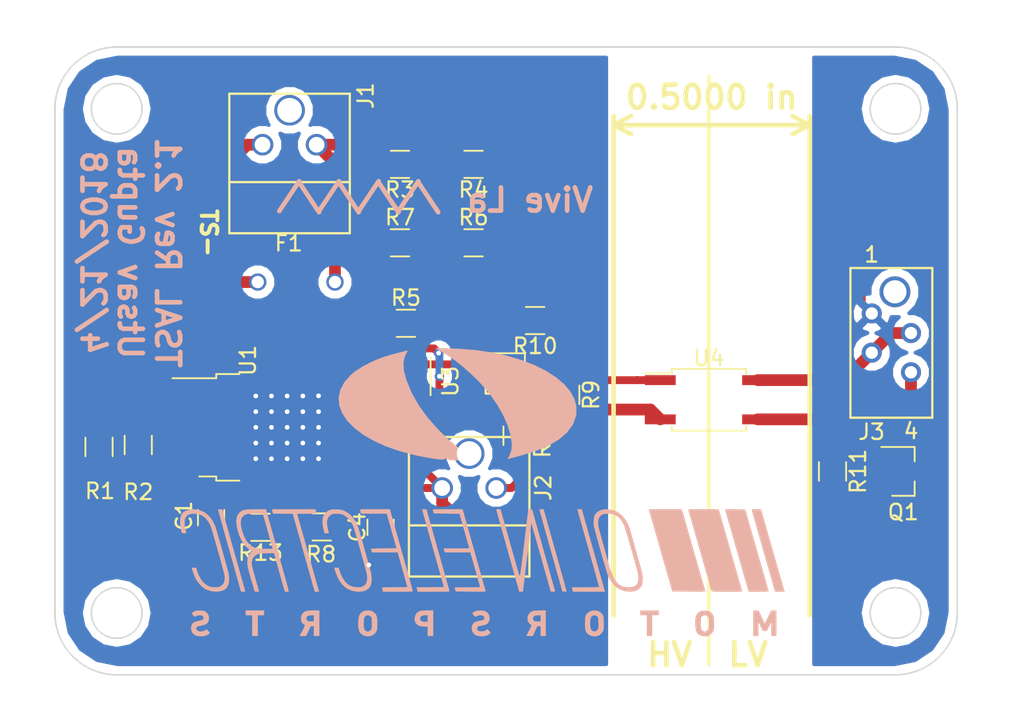
<source format=kicad_pcb>
(kicad_pcb (version 4) (host pcbnew 4.0.7-e2-6376~58~ubuntu16.04.1)

  (general
    (links 44)
    (no_connects 0)
    (area 123.139999 88.846433 181.660001 129.586435)
    (thickness 1.6)
    (drawings 20)
    (tracks 191)
    (zones 0)
    (modules 26)
    (nets 19)
  )

  (page A4)
  (layers
    (0 F.Cu signal)
    (31 B.Cu signal)
    (32 B.Adhes user)
    (33 F.Adhes user)
    (34 B.Paste user)
    (35 F.Paste user)
    (36 B.SilkS user)
    (37 F.SilkS user)
    (38 B.Mask user)
    (39 F.Mask user)
    (40 Dwgs.User user)
    (41 Cmts.User user)
    (42 Eco1.User user)
    (43 Eco2.User user)
    (44 Edge.Cuts user)
    (45 Margin user)
    (46 B.CrtYd user)
    (47 F.CrtYd user)
    (48 B.Fab user)
    (49 F.Fab user)
  )

  (setup
    (last_trace_width 0.254)
    (user_trace_width 0.254)
    (user_trace_width 0.508)
    (user_trace_width 0.762)
    (trace_clearance 0.1524)
    (zone_clearance 0.508)
    (zone_45_only yes)
    (trace_min 0.2)
    (segment_width 0.2)
    (edge_width 0.15)
    (via_size 0.6096)
    (via_drill 0.3048)
    (via_min_size 0.6096)
    (via_min_drill 0.3048)
    (user_via 0.6096 0.3048)
    (uvia_size 0.3)
    (uvia_drill 0.1)
    (uvias_allowed no)
    (uvia_min_size 0)
    (uvia_min_drill 0)
    (pcb_text_width 0.3)
    (pcb_text_size 1.5 1.5)
    (mod_edge_width 0.15)
    (mod_text_size 1 1)
    (mod_text_width 0.15)
    (pad_size 1.524 1.524)
    (pad_drill 0.762)
    (pad_to_mask_clearance 0.2)
    (aux_axis_origin 0 0)
    (grid_origin 114.3 88.9)
    (visible_elements 7FFFFF7F)
    (pcbplotparams
      (layerselection 0x010f0_80000001)
      (usegerberextensions false)
      (excludeedgelayer true)
      (linewidth 0.100000)
      (plotframeref false)
      (viasonmask false)
      (mode 1)
      (useauxorigin false)
      (hpglpennumber 1)
      (hpglpenspeed 20)
      (hpglpendiameter 15)
      (hpglpenoverlay 2)
      (psnegative false)
      (psa4output false)
      (plotreference true)
      (plotvalue true)
      (plotinvisibletext false)
      (padsonsilk false)
      (subtractmaskfromsilk false)
      (outputformat 1)
      (mirror false)
      (drillshape 0)
      (scaleselection 1)
      (outputdirectory gerbers/))
  )

  (net 0 "")
  (net 1 /5V_TS)
  (net 2 GND)
  (net 3 TS-)
  (net 4 "Net-(D1-Pad2)")
  (net 5 "Net-(D1-Pad1)")
  (net 6 TS+)
  (net 7 "Net-(F1-Pad2)")
  (net 8 GLV+)
  (net 9 TSAL-)
  (net 10 "Net-(Q1-Pad1)")
  (net 11 "Net-(R1-Pad1)")
  (net 12 "Net-(R3-Pad1)")
  (net 13 "Net-(R4-Pad1)")
  (net 14 "Net-(R5-Pad1)")
  (net 15 "Net-(R6-Pad1)")
  (net 16 "Net-(R10-Pad1)")
  (net 17 "Net-(J2-Pad1)")
  (net 18 "Net-(R13-Pad1)")

  (net_class Default "This is the default net class."
    (clearance 0.1524)
    (trace_width 0.254)
    (via_dia 0.6096)
    (via_drill 0.3048)
    (uvia_dia 0.3)
    (uvia_drill 0.1)
    (add_net /5V_TS)
    (add_net GLV+)
    (add_net GND)
    (add_net "Net-(D1-Pad1)")
    (add_net "Net-(D1-Pad2)")
    (add_net "Net-(F1-Pad2)")
    (add_net "Net-(J2-Pad1)")
    (add_net "Net-(Q1-Pad1)")
    (add_net "Net-(R1-Pad1)")
    (add_net "Net-(R10-Pad1)")
    (add_net "Net-(R13-Pad1)")
    (add_net "Net-(R3-Pad1)")
    (add_net "Net-(R4-Pad1)")
    (add_net "Net-(R5-Pad1)")
    (add_net "Net-(R6-Pad1)")
    (add_net TS+)
    (add_net TS-)
    (add_net TSAL-)
  )

  (module footprints:LED_0805_OEM (layer F.Cu) (tedit 5A5B129D) (tstamp 5A7761B3)
    (at 151.8158 109.4232 180)
    (descr "LED 0805 smd package")
    (tags "LED led 0805 SMD smd SMT smt smdled SMDLED smtled SMTLED")
    (path /5A4D7BD9)
    (attr smd)
    (fp_text reference D1 (at 0 -1.45 180) (layer F.SilkS)
      (effects (font (size 1 1) (thickness 0.15)))
    )
    (fp_text value LED_0805 (at 0.508 2.032 180) (layer F.Fab) hide
      (effects (font (size 1 1) (thickness 0.15)))
    )
    (fp_line (start -0.2 0.35) (end -0.2 0) (layer F.SilkS) (width 0.1))
    (fp_line (start -0.2 0) (end -0.2 -0.35) (layer F.SilkS) (width 0.1))
    (fp_line (start 0.15 0.35) (end -0.2 0) (layer F.SilkS) (width 0.1))
    (fp_line (start 0.15 0.3) (end 0.15 0.35) (layer F.SilkS) (width 0.1))
    (fp_line (start 0.15 0.35) (end 0.15 0.3) (layer F.SilkS) (width 0.1))
    (fp_line (start 0.15 -0.35) (end 0.15 0.3) (layer F.SilkS) (width 0.1))
    (fp_line (start 0.1 -0.3) (end 0.15 -0.35) (layer F.SilkS) (width 0.1))
    (fp_line (start -0.2 0) (end 0.1 -0.3) (layer F.SilkS) (width 0.1))
    (fp_line (start -1.8 -0.7) (end -1.8 0.7) (layer F.SilkS) (width 0.12))
    (fp_line (start 1 0.6) (end -1 0.6) (layer F.Fab) (width 0.1))
    (fp_line (start 1 -0.6) (end 1 0.6) (layer F.Fab) (width 0.1))
    (fp_line (start -1 -0.6) (end 1 -0.6) (layer F.Fab) (width 0.1))
    (fp_line (start -1 0.6) (end -1 -0.6) (layer F.Fab) (width 0.1))
    (fp_line (start -1.8 0.7) (end 1 0.7) (layer F.SilkS) (width 0.12))
    (fp_line (start -1.8 -0.7) (end 1 -0.7) (layer F.SilkS) (width 0.12))
    (fp_line (start 1.95 -0.85) (end 1.95 0.85) (layer F.CrtYd) (width 0.05))
    (fp_line (start 1.95 0.85) (end -1.95 0.85) (layer F.CrtYd) (width 0.05))
    (fp_line (start -1.95 0.85) (end -1.95 -0.85) (layer F.CrtYd) (width 0.05))
    (fp_line (start -1.95 -0.85) (end 1.95 -0.85) (layer F.CrtYd) (width 0.05))
    (pad 2 smd rect (at 1.1 0) (size 1.2 1.2) (layers F.Cu F.Paste F.Mask)
      (net 4 "Net-(D1-Pad2)"))
    (pad 1 smd rect (at -1.1 0) (size 1.2 1.2) (layers F.Cu F.Paste F.Mask)
      (net 5 "Net-(D1-Pad1)"))
    (model "/home/utsav22g/Formula/OEM_Preferred_Parts/3DModels/LED_0805/LED 0805 Base GREEN001_sp.wrl"
      (at (xyz 0 0 0))
      (scale (xyz 1 1 1))
      (rotate (xyz 0 0 0))
    )
  )

  (module footprints:C_0805_OEM (layer F.Cu) (tedit 59F250E7) (tstamp 5A77619B)
    (at 133.2992 119.364 270)
    (descr "Capacitor SMD 0805, reflow soldering, AVX (see smccp.pdf)")
    (tags "capacitor 0805")
    (path /5A6AA0D7)
    (attr smd)
    (fp_text reference C1 (at -0.111 1.7526 270) (layer F.SilkS)
      (effects (font (size 1 1) (thickness 0.15)))
    )
    (fp_text value C_1uF (at -0.0635 1.905 270) (layer F.Fab) hide
      (effects (font (size 1 1) (thickness 0.15)))
    )
    (fp_line (start -1 0.62) (end -1 -0.62) (layer F.Fab) (width 0.1))
    (fp_line (start 1 0.62) (end -1 0.62) (layer F.Fab) (width 0.1))
    (fp_line (start 1 -0.62) (end 1 0.62) (layer F.Fab) (width 0.1))
    (fp_line (start -1 -0.62) (end 1 -0.62) (layer F.Fab) (width 0.1))
    (fp_line (start 0.5 -0.85) (end -0.5 -0.85) (layer F.SilkS) (width 0.12))
    (fp_line (start -0.5 0.85) (end 0.5 0.85) (layer F.SilkS) (width 0.12))
    (fp_line (start -1.75 -0.88) (end 1.75 -0.88) (layer F.CrtYd) (width 0.05))
    (fp_line (start -1.75 -0.88) (end -1.75 0.87) (layer F.CrtYd) (width 0.05))
    (fp_line (start 1.75 0.87) (end 1.75 -0.88) (layer F.CrtYd) (width 0.05))
    (fp_line (start 1.75 0.87) (end -1.75 0.87) (layer F.CrtYd) (width 0.05))
    (pad 1 smd rect (at -1 0 270) (size 1 1.25) (layers F.Cu F.Paste F.Mask)
      (net 1 /5V_TS))
    (pad 2 smd rect (at 1 0 270) (size 1 1.25) (layers F.Cu F.Paste F.Mask)
      (net 3 TS-))
    (model /home/utsav22g/Formula/OEM_Preferred_Parts/3DModels/C_0805_OEM/C_0805.wrl
      (at (xyz 0 0 0))
      (scale (xyz 1 1 1))
      (rotate (xyz 0 0 0))
    )
  )

  (module footprints:C_0805_OEM (layer F.Cu) (tedit 59F250E7) (tstamp 5A7761AD)
    (at 144.272 119.9896 90)
    (descr "Capacitor SMD 0805, reflow soldering, AVX (see smccp.pdf)")
    (tags "capacitor 0805")
    (path /5A6A9455)
    (attr smd)
    (fp_text reference C4 (at 0 -1.5 90) (layer F.SilkS)
      (effects (font (size 1 1) (thickness 0.15)))
    )
    (fp_text value C_10uF (at 0 1.75 90) (layer F.Fab) hide
      (effects (font (size 1 1) (thickness 0.15)))
    )
    (fp_line (start -1 0.62) (end -1 -0.62) (layer F.Fab) (width 0.1))
    (fp_line (start 1 0.62) (end -1 0.62) (layer F.Fab) (width 0.1))
    (fp_line (start 1 -0.62) (end 1 0.62) (layer F.Fab) (width 0.1))
    (fp_line (start -1 -0.62) (end 1 -0.62) (layer F.Fab) (width 0.1))
    (fp_line (start 0.5 -0.85) (end -0.5 -0.85) (layer F.SilkS) (width 0.12))
    (fp_line (start -0.5 0.85) (end 0.5 0.85) (layer F.SilkS) (width 0.12))
    (fp_line (start -1.75 -0.88) (end 1.75 -0.88) (layer F.CrtYd) (width 0.05))
    (fp_line (start -1.75 -0.88) (end -1.75 0.87) (layer F.CrtYd) (width 0.05))
    (fp_line (start 1.75 0.87) (end 1.75 -0.88) (layer F.CrtYd) (width 0.05))
    (fp_line (start 1.75 0.87) (end -1.75 0.87) (layer F.CrtYd) (width 0.05))
    (pad 1 smd rect (at -1 0 90) (size 1 1.25) (layers F.Cu F.Paste F.Mask)
      (net 1 /5V_TS))
    (pad 2 smd rect (at 1 0 90) (size 1 1.25) (layers F.Cu F.Paste F.Mask)
      (net 3 TS-))
    (model /home/utsav22g/Formula/OEM_Preferred_Parts/3DModels/C_0805_OEM/C_0805.wrl
      (at (xyz 0 0 0))
      (scale (xyz 1 1 1))
      (rotate (xyz 0 0 0))
    )
  )

  (module footprints:F_21mA_420V (layer F.Cu) (tedit 5A775C0C) (tstamp 5A7761C1)
    (at 141.320591 104.111707 180)
    (path /5A778567)
    (fp_text reference F1 (at 3 2.5 180) (layer F.SilkS)
      (effects (font (size 1 1) (thickness 0.15)))
    )
    (fp_text value F_21mA_420V (at 2.5 -2.5 180) (layer Dwgs.User)
      (effects (font (size 1 1) (thickness 0.15)))
    )
    (fp_line (start -1.5 -1.5) (end 6.5 -1.5) (layer F.CrtYd) (width 0.15))
    (fp_line (start 6.5 -1.5) (end 6.5 1.5) (layer F.CrtYd) (width 0.15))
    (fp_line (start 6.5 1.5) (end -1.5 1.5) (layer F.CrtYd) (width 0.15))
    (fp_line (start -1.5 1.5) (end -1.5 -1.5) (layer F.CrtYd) (width 0.15))
    (fp_line (start -0.75 -1) (end 5.75 -1) (layer F.Fab) (width 0.15))
    (fp_line (start 5.75 -1) (end 5.75 1) (layer F.Fab) (width 0.15))
    (fp_line (start 5.75 1) (end -0.75 1) (layer F.Fab) (width 0.15))
    (fp_line (start -0.75 1) (end -0.75 -1) (layer F.Fab) (width 0.15))
    (pad 1 thru_hole circle (at 0 0 180) (size 1.1176 1.1176) (drill 0.8) (layers *.Cu *.Mask)
      (net 6 TS+))
    (pad 2 thru_hole circle (at 5 0 180) (size 1.1176 1.1176) (drill 0.8) (layers *.Cu *.Mask)
      (net 7 "Net-(F1-Pad2)"))
    (model /home/utsav22g/Formula/OEM_Preferred_Parts/3DModels/F_21mA_420V_fp/F_21mA_420V_fp.wrl
      (at (xyz 0 0 0))
      (scale (xyz 1 1 1))
      (rotate (xyz 0 0 0))
    )
  )

  (module footprints:Ultrafit_2 (layer F.Cu) (tedit 59F11364) (tstamp 5A7761C8)
    (at 136.630591 95.221707 90)
    (path /5A7400DA)
    (fp_text reference J1 (at 3.175 6.675 90) (layer F.SilkS)
      (effects (font (size 1 1) (thickness 0.15)))
    )
    (fp_text value Ultrafit_2 (at 4.572 0.508 180) (layer F.Fab) hide
      (effects (font (size 1 1) (thickness 0.15)))
    )
    (fp_line (start -5.588 -2.032) (end -2.54 -2.032) (layer F.Fab) (width 0.15))
    (fp_line (start -2.54 -2.032) (end -2.54 5.588) (layer F.Fab) (width 0.15))
    (fp_line (start -2.54 5.588) (end -5.588 5.588) (layer F.Fab) (width 0.15))
    (fp_line (start -5.588 5.588) (end -5.588 -2.032) (layer F.Fab) (width 0.15))
    (fp_text user "6.55mm Clearance" (at -4.07 1.75 180) (layer F.Fab)
      (effects (font (size 0.5 0.5) (thickness 0.08)))
    )
    (fp_line (start -2.42 -2.15) (end -5.73 -2.15) (layer F.SilkS) (width 0.15))
    (fp_line (start -5.73 -2.15) (end -5.73 5.65) (layer F.SilkS) (width 0.15))
    (fp_line (start -5.73 5.65) (end -2.42 5.65) (layer F.SilkS) (width 0.15))
    (fp_line (start -2.42 5.65) (end 3.302 5.65) (layer F.SilkS) (width 0.15))
    (fp_line (start -2.42 -2.15) (end 3.302 -2.15) (layer F.SilkS) (width 0.15))
    (fp_line (start -2.42 5.65) (end -2.42 -2.15) (layer F.SilkS) (width 0.15))
    (fp_line (start 3.302 5.65) (end 3.302 -2.15) (layer F.SilkS) (width 0.15))
    (pad 2 thru_hole circle (at 0 0 90) (size 1.397 1.397) (drill 1.02) (layers *.Cu *.Mask)
      (net 3 TS-))
    (pad 1 thru_hole circle (at 0 3.5 90) (size 1.397 1.397) (drill 1.02) (layers *.Cu *.Mask)
      (net 6 TS+))
    (pad "" thru_hole circle (at 2.23 1.75 90) (size 1.981 1.981) (drill 1.6) (layers *.Cu *.Mask))
    (model /home/utsav22g/Formula/OEM_Preferred_Parts/3DModels/Ultrafit-2/Ultrafit-2.wrl
      (at (xyz 0 0 0))
      (scale (xyz 1 1 1))
      (rotate (xyz 0 0 0))
    )
  )

  (module footprints:Ultrafit_2 (layer F.Cu) (tedit 59F11364) (tstamp 5A7761CF)
    (at 148.258591 117.446707 90)
    (path /5A729471)
    (fp_text reference J2 (at 0.02 6.55 90) (layer F.SilkS)
      (effects (font (size 1 1) (thickness 0.15)))
    )
    (fp_text value Ultrafit_2 (at -7.21 4.01 180) (layer F.Fab) hide
      (effects (font (size 1 1) (thickness 0.15)))
    )
    (fp_line (start -5.588 -2.032) (end -2.54 -2.032) (layer F.Fab) (width 0.15))
    (fp_line (start -2.54 -2.032) (end -2.54 5.588) (layer F.Fab) (width 0.15))
    (fp_line (start -2.54 5.588) (end -5.588 5.588) (layer F.Fab) (width 0.15))
    (fp_line (start -5.588 5.588) (end -5.588 -2.032) (layer F.Fab) (width 0.15))
    (fp_text user "6.55mm Clearance" (at -4.07 1.75 180) (layer F.Fab)
      (effects (font (size 0.5 0.5) (thickness 0.08)))
    )
    (fp_line (start -2.42 -2.15) (end -5.73 -2.15) (layer F.SilkS) (width 0.15))
    (fp_line (start -5.73 -2.15) (end -5.73 5.65) (layer F.SilkS) (width 0.15))
    (fp_line (start -5.73 5.65) (end -2.42 5.65) (layer F.SilkS) (width 0.15))
    (fp_line (start -2.42 5.65) (end 3.302 5.65) (layer F.SilkS) (width 0.15))
    (fp_line (start -2.42 -2.15) (end 3.302 -2.15) (layer F.SilkS) (width 0.15))
    (fp_line (start -2.42 5.65) (end -2.42 -2.15) (layer F.SilkS) (width 0.15))
    (fp_line (start 3.302 5.65) (end 3.302 -2.15) (layer F.SilkS) (width 0.15))
    (pad 2 thru_hole circle (at 0 0 90) (size 1.397 1.397) (drill 1.02) (layers *.Cu *.Mask)
      (net 3 TS-))
    (pad 1 thru_hole circle (at 0 3.5 90) (size 1.397 1.397) (drill 1.02) (layers *.Cu *.Mask)
      (net 17 "Net-(J2-Pad1)"))
    (pad "" thru_hole circle (at 2.23 1.75 90) (size 1.981 1.981) (drill 1.6) (layers *.Cu *.Mask))
    (model /home/utsav22g/Formula/OEM_Preferred_Parts/3DModels/Ultrafit-2/Ultrafit-2.wrl
      (at (xyz 0 0 0))
      (scale (xyz 1 1 1))
      (rotate (xyz 0 0 0))
    )
  )

  (module TO_SOT_Packages_SMD:SOT-23 (layer F.Cu) (tedit 5A8B79F4) (tstamp 5A7761DE)
    (at 178.087591 116.369707)
    (descr "SOT-23, Standard")
    (tags SOT-23)
    (path /5A779297)
    (attr smd)
    (fp_text reference Q1 (at 0.02 2.64) (layer F.SilkS)
      (effects (font (size 1 1) (thickness 0.15)))
    )
    (fp_text value NMOS_GSD_30V (at -2.827591 4.280293) (layer F.Fab)
      (effects (font (size 1 1) (thickness 0.15)))
    )
    (fp_text user %R (at -0.63 0 90) (layer F.Fab)
      (effects (font (size 0.5 0.5) (thickness 0.075)))
    )
    (fp_line (start -0.7 -0.95) (end -0.7 1.5) (layer F.Fab) (width 0.1))
    (fp_line (start -0.15 -1.52) (end 0.7 -1.52) (layer F.Fab) (width 0.1))
    (fp_line (start -0.7 -0.95) (end -0.15 -1.52) (layer F.Fab) (width 0.1))
    (fp_line (start 0.7 -1.52) (end 0.7 1.52) (layer F.Fab) (width 0.1))
    (fp_line (start -0.7 1.52) (end 0.7 1.52) (layer F.Fab) (width 0.1))
    (fp_line (start 0.76 1.58) (end 0.76 0.65) (layer F.SilkS) (width 0.12))
    (fp_line (start 0.76 -1.58) (end 0.76 -0.65) (layer F.SilkS) (width 0.12))
    (fp_line (start -1.7 -1.75) (end 1.7 -1.75) (layer F.CrtYd) (width 0.05))
    (fp_line (start 1.7 -1.75) (end 1.7 1.75) (layer F.CrtYd) (width 0.05))
    (fp_line (start 1.7 1.75) (end -1.7 1.75) (layer F.CrtYd) (width 0.05))
    (fp_line (start -1.7 1.75) (end -1.7 -1.75) (layer F.CrtYd) (width 0.05))
    (fp_line (start 0.76 -1.58) (end -1.4 -1.58) (layer F.SilkS) (width 0.12))
    (fp_line (start 0.76 1.58) (end -0.7 1.58) (layer F.SilkS) (width 0.12))
    (pad 1 smd rect (at -1 -0.95) (size 0.9 0.8) (layers F.Cu F.Paste F.Mask)
      (net 10 "Net-(Q1-Pad1)"))
    (pad 2 smd rect (at -1 0.95) (size 0.9 0.8) (layers F.Cu F.Paste F.Mask)
      (net 2 GND))
    (pad 3 smd rect (at 1 0) (size 0.9 0.8) (layers F.Cu F.Paste F.Mask)
      (net 9 TSAL-))
    (model /home/utsav22g/Formula/OEM_Preferred_Parts/3DModels/SOT-23_OEM/SOT-23.wrl
      (at (xyz 0 0 0))
      (scale (xyz 1 1 1))
      (rotate (xyz 0 0 0))
    )
  )

  (module footprints:R_0805_OEM (layer F.Cu) (tedit 5A790DA5) (tstamp 5A7761E4)
    (at 126.044256 114.786994 90)
    (descr "Resistor SMD 0805, reflow soldering, Vishay (see dcrcw.pdf)")
    (tags "resistor 0805")
    (path /5A779E04)
    (attr smd)
    (fp_text reference R1 (at -2.855 0.0635 180) (layer F.SilkS)
      (effects (font (size 1 1) (thickness 0.15)))
    )
    (fp_text value R_3k (at 0 1.75 90) (layer F.Fab) hide
      (effects (font (size 1 1) (thickness 0.15)))
    )
    (fp_line (start -1 0.62) (end -1 -0.62) (layer F.Fab) (width 0.1))
    (fp_line (start 1 0.62) (end -1 0.62) (layer F.Fab) (width 0.1))
    (fp_line (start 1 -0.62) (end 1 0.62) (layer F.Fab) (width 0.1))
    (fp_line (start -1 -0.62) (end 1 -0.62) (layer F.Fab) (width 0.1))
    (fp_line (start 0.6 0.88) (end -0.6 0.88) (layer F.SilkS) (width 0.12))
    (fp_line (start -0.6 -0.88) (end 0.6 -0.88) (layer F.SilkS) (width 0.12))
    (fp_line (start -1.55 -0.9) (end 1.55 -0.9) (layer F.CrtYd) (width 0.05))
    (fp_line (start -1.55 -0.9) (end -1.55 0.9) (layer F.CrtYd) (width 0.05))
    (fp_line (start 1.55 0.9) (end 1.55 -0.9) (layer F.CrtYd) (width 0.05))
    (fp_line (start 1.55 0.9) (end -1.55 0.9) (layer F.CrtYd) (width 0.05))
    (pad 1 smd rect (at -0.95 0 90) (size 0.7 1.3) (layers F.Cu F.Paste F.Mask)
      (net 11 "Net-(R1-Pad1)"))
    (pad 2 smd rect (at 0.95 0 90) (size 0.7 1.3) (layers F.Cu F.Paste F.Mask)
      (net 3 TS-))
    (model /home/utsav22g/Formula/OEM_Preferred_Parts/3DModels/R_0805_OEM/res0805.wrl
      (at (xyz 0 0 0))
      (scale (xyz 1 1 1))
      (rotate (xyz 0 0 0))
    )
  )

  (module footprints:R_0805_OEM (layer F.Cu) (tedit 5A790D34) (tstamp 5A7761EA)
    (at 128.584256 114.659994 270)
    (descr "Resistor SMD 0805, reflow soldering, Vishay (see dcrcw.pdf)")
    (tags "resistor 0805")
    (path /5A779EF8)
    (attr smd)
    (fp_text reference R2 (at 3.0455 0 360) (layer F.SilkS)
      (effects (font (size 1 1) (thickness 0.15)))
    )
    (fp_text value R_1k (at 0.127 1.778 450) (layer F.Fab) hide
      (effects (font (size 1 1) (thickness 0.15)))
    )
    (fp_line (start -1 0.62) (end -1 -0.62) (layer F.Fab) (width 0.1))
    (fp_line (start 1 0.62) (end -1 0.62) (layer F.Fab) (width 0.1))
    (fp_line (start 1 -0.62) (end 1 0.62) (layer F.Fab) (width 0.1))
    (fp_line (start -1 -0.62) (end 1 -0.62) (layer F.Fab) (width 0.1))
    (fp_line (start 0.6 0.88) (end -0.6 0.88) (layer F.SilkS) (width 0.12))
    (fp_line (start -0.6 -0.88) (end 0.6 -0.88) (layer F.SilkS) (width 0.12))
    (fp_line (start -1.55 -0.9) (end 1.55 -0.9) (layer F.CrtYd) (width 0.05))
    (fp_line (start -1.55 -0.9) (end -1.55 0.9) (layer F.CrtYd) (width 0.05))
    (fp_line (start 1.55 0.9) (end 1.55 -0.9) (layer F.CrtYd) (width 0.05))
    (fp_line (start 1.55 0.9) (end -1.55 0.9) (layer F.CrtYd) (width 0.05))
    (pad 1 smd rect (at -0.95 0 270) (size 0.7 1.3) (layers F.Cu F.Paste F.Mask)
      (net 1 /5V_TS))
    (pad 2 smd rect (at 0.95 0 270) (size 0.7 1.3) (layers F.Cu F.Paste F.Mask)
      (net 11 "Net-(R1-Pad1)"))
    (model /home/utsav22g/Formula/OEM_Preferred_Parts/3DModels/R_0805_OEM/res0805.wrl
      (at (xyz 0 0 0))
      (scale (xyz 1 1 1))
      (rotate (xyz 0 0 0))
    )
  )

  (module footprints:R_0805_OEM (layer F.Cu) (tedit 59F25131) (tstamp 5A7761F0)
    (at 145.530591 96.491707 180)
    (descr "Resistor SMD 0805, reflow soldering, Vishay (see dcrcw.pdf)")
    (tags "resistor 0805")
    (path /5A76A339)
    (attr smd)
    (fp_text reference R3 (at 0 -1.65 180) (layer F.SilkS)
      (effects (font (size 1 1) (thickness 0.15)))
    )
    (fp_text value R_270k (at 0 1.75 180) (layer F.Fab) hide
      (effects (font (size 1 1) (thickness 0.15)))
    )
    (fp_line (start -1 0.62) (end -1 -0.62) (layer F.Fab) (width 0.1))
    (fp_line (start 1 0.62) (end -1 0.62) (layer F.Fab) (width 0.1))
    (fp_line (start 1 -0.62) (end 1 0.62) (layer F.Fab) (width 0.1))
    (fp_line (start -1 -0.62) (end 1 -0.62) (layer F.Fab) (width 0.1))
    (fp_line (start 0.6 0.88) (end -0.6 0.88) (layer F.SilkS) (width 0.12))
    (fp_line (start -0.6 -0.88) (end 0.6 -0.88) (layer F.SilkS) (width 0.12))
    (fp_line (start -1.55 -0.9) (end 1.55 -0.9) (layer F.CrtYd) (width 0.05))
    (fp_line (start -1.55 -0.9) (end -1.55 0.9) (layer F.CrtYd) (width 0.05))
    (fp_line (start 1.55 0.9) (end 1.55 -0.9) (layer F.CrtYd) (width 0.05))
    (fp_line (start 1.55 0.9) (end -1.55 0.9) (layer F.CrtYd) (width 0.05))
    (pad 1 smd rect (at -0.95 0 180) (size 0.7 1.3) (layers F.Cu F.Paste F.Mask)
      (net 12 "Net-(R3-Pad1)"))
    (pad 2 smd rect (at 0.95 0 180) (size 0.7 1.3) (layers F.Cu F.Paste F.Mask)
      (net 6 TS+))
    (model /home/utsav22g/Formula/OEM_Preferred_Parts/3DModels/R_0805_OEM/res0805.wrl
      (at (xyz 0 0 0))
      (scale (xyz 1 1 1))
      (rotate (xyz 0 0 0))
    )
  )

  (module footprints:R_0805_OEM (layer F.Cu) (tedit 59F25131) (tstamp 5A7761F6)
    (at 150.290591 96.491707 180)
    (descr "Resistor SMD 0805, reflow soldering, Vishay (see dcrcw.pdf)")
    (tags "resistor 0805")
    (path /5A76A6C9)
    (attr smd)
    (fp_text reference R4 (at 0 -1.65 180) (layer F.SilkS)
      (effects (font (size 1 1) (thickness 0.15)))
    )
    (fp_text value R_270k (at 0 1.75 180) (layer F.Fab) hide
      (effects (font (size 1 1) (thickness 0.15)))
    )
    (fp_line (start -1 0.62) (end -1 -0.62) (layer F.Fab) (width 0.1))
    (fp_line (start 1 0.62) (end -1 0.62) (layer F.Fab) (width 0.1))
    (fp_line (start 1 -0.62) (end 1 0.62) (layer F.Fab) (width 0.1))
    (fp_line (start -1 -0.62) (end 1 -0.62) (layer F.Fab) (width 0.1))
    (fp_line (start 0.6 0.88) (end -0.6 0.88) (layer F.SilkS) (width 0.12))
    (fp_line (start -0.6 -0.88) (end 0.6 -0.88) (layer F.SilkS) (width 0.12))
    (fp_line (start -1.55 -0.9) (end 1.55 -0.9) (layer F.CrtYd) (width 0.05))
    (fp_line (start -1.55 -0.9) (end -1.55 0.9) (layer F.CrtYd) (width 0.05))
    (fp_line (start 1.55 0.9) (end 1.55 -0.9) (layer F.CrtYd) (width 0.05))
    (fp_line (start 1.55 0.9) (end -1.55 0.9) (layer F.CrtYd) (width 0.05))
    (pad 1 smd rect (at -0.95 0 180) (size 0.7 1.3) (layers F.Cu F.Paste F.Mask)
      (net 13 "Net-(R4-Pad1)"))
    (pad 2 smd rect (at 0.95 0 180) (size 0.7 1.3) (layers F.Cu F.Paste F.Mask)
      (net 12 "Net-(R3-Pad1)"))
    (model /home/utsav22g/Formula/OEM_Preferred_Parts/3DModels/R_0805_OEM/res0805.wrl
      (at (xyz 0 0 0))
      (scale (xyz 1 1 1))
      (rotate (xyz 0 0 0))
    )
  )

  (module footprints:R_0805_OEM (layer F.Cu) (tedit 59F25131) (tstamp 5A7761FC)
    (at 145.9128 106.7816)
    (descr "Resistor SMD 0805, reflow soldering, Vishay (see dcrcw.pdf)")
    (tags "resistor 0805")
    (path /5A76A3B1)
    (attr smd)
    (fp_text reference R5 (at 0 -1.65) (layer F.SilkS)
      (effects (font (size 1 1) (thickness 0.15)))
    )
    (fp_text value R_10k (at 0 1.75) (layer F.Fab) hide
      (effects (font (size 1 1) (thickness 0.15)))
    )
    (fp_line (start -1 0.62) (end -1 -0.62) (layer F.Fab) (width 0.1))
    (fp_line (start 1 0.62) (end -1 0.62) (layer F.Fab) (width 0.1))
    (fp_line (start 1 -0.62) (end 1 0.62) (layer F.Fab) (width 0.1))
    (fp_line (start -1 -0.62) (end 1 -0.62) (layer F.Fab) (width 0.1))
    (fp_line (start 0.6 0.88) (end -0.6 0.88) (layer F.SilkS) (width 0.12))
    (fp_line (start -0.6 -0.88) (end 0.6 -0.88) (layer F.SilkS) (width 0.12))
    (fp_line (start -1.55 -0.9) (end 1.55 -0.9) (layer F.CrtYd) (width 0.05))
    (fp_line (start -1.55 -0.9) (end -1.55 0.9) (layer F.CrtYd) (width 0.05))
    (fp_line (start 1.55 0.9) (end 1.55 -0.9) (layer F.CrtYd) (width 0.05))
    (fp_line (start 1.55 0.9) (end -1.55 0.9) (layer F.CrtYd) (width 0.05))
    (pad 1 smd rect (at -0.95 0) (size 0.7 1.3) (layers F.Cu F.Paste F.Mask)
      (net 14 "Net-(R5-Pad1)"))
    (pad 2 smd rect (at 0.95 0) (size 0.7 1.3) (layers F.Cu F.Paste F.Mask)
      (net 3 TS-))
    (model /home/utsav22g/Formula/OEM_Preferred_Parts/3DModels/R_0805_OEM/res0805.wrl
      (at (xyz 0 0 0))
      (scale (xyz 1 1 1))
      (rotate (xyz 0 0 0))
    )
  )

  (module footprints:R_0805_OEM (layer F.Cu) (tedit 59F25131) (tstamp 5A776202)
    (at 150.290591 101.571707)
    (descr "Resistor SMD 0805, reflow soldering, Vishay (see dcrcw.pdf)")
    (tags "resistor 0805")
    (path /5A76A72E)
    (attr smd)
    (fp_text reference R6 (at 0 -1.65) (layer F.SilkS)
      (effects (font (size 1 1) (thickness 0.15)))
    )
    (fp_text value R_270k (at 0 1.75) (layer F.Fab) hide
      (effects (font (size 1 1) (thickness 0.15)))
    )
    (fp_line (start -1 0.62) (end -1 -0.62) (layer F.Fab) (width 0.1))
    (fp_line (start 1 0.62) (end -1 0.62) (layer F.Fab) (width 0.1))
    (fp_line (start 1 -0.62) (end 1 0.62) (layer F.Fab) (width 0.1))
    (fp_line (start -1 -0.62) (end 1 -0.62) (layer F.Fab) (width 0.1))
    (fp_line (start 0.6 0.88) (end -0.6 0.88) (layer F.SilkS) (width 0.12))
    (fp_line (start -0.6 -0.88) (end 0.6 -0.88) (layer F.SilkS) (width 0.12))
    (fp_line (start -1.55 -0.9) (end 1.55 -0.9) (layer F.CrtYd) (width 0.05))
    (fp_line (start -1.55 -0.9) (end -1.55 0.9) (layer F.CrtYd) (width 0.05))
    (fp_line (start 1.55 0.9) (end 1.55 -0.9) (layer F.CrtYd) (width 0.05))
    (fp_line (start 1.55 0.9) (end -1.55 0.9) (layer F.CrtYd) (width 0.05))
    (pad 1 smd rect (at -0.95 0) (size 0.7 1.3) (layers F.Cu F.Paste F.Mask)
      (net 15 "Net-(R6-Pad1)"))
    (pad 2 smd rect (at 0.95 0) (size 0.7 1.3) (layers F.Cu F.Paste F.Mask)
      (net 13 "Net-(R4-Pad1)"))
    (model /home/utsav22g/Formula/OEM_Preferred_Parts/3DModels/R_0805_OEM/res0805.wrl
      (at (xyz 0 0 0))
      (scale (xyz 1 1 1))
      (rotate (xyz 0 0 0))
    )
  )

  (module footprints:R_0805_OEM (layer F.Cu) (tedit 59F25131) (tstamp 5A776208)
    (at 145.530591 101.571707)
    (descr "Resistor SMD 0805, reflow soldering, Vishay (see dcrcw.pdf)")
    (tags "resistor 0805")
    (path /5A76A43A)
    (attr smd)
    (fp_text reference R7 (at 0 -1.65) (layer F.SilkS)
      (effects (font (size 1 1) (thickness 0.15)))
    )
    (fp_text value R_178k (at 0 1.75) (layer F.Fab) hide
      (effects (font (size 1 1) (thickness 0.15)))
    )
    (fp_line (start -1 0.62) (end -1 -0.62) (layer F.Fab) (width 0.1))
    (fp_line (start 1 0.62) (end -1 0.62) (layer F.Fab) (width 0.1))
    (fp_line (start 1 -0.62) (end 1 0.62) (layer F.Fab) (width 0.1))
    (fp_line (start -1 -0.62) (end 1 -0.62) (layer F.Fab) (width 0.1))
    (fp_line (start 0.6 0.88) (end -0.6 0.88) (layer F.SilkS) (width 0.12))
    (fp_line (start -0.6 -0.88) (end 0.6 -0.88) (layer F.SilkS) (width 0.12))
    (fp_line (start -1.55 -0.9) (end 1.55 -0.9) (layer F.CrtYd) (width 0.05))
    (fp_line (start -1.55 -0.9) (end -1.55 0.9) (layer F.CrtYd) (width 0.05))
    (fp_line (start 1.55 0.9) (end 1.55 -0.9) (layer F.CrtYd) (width 0.05))
    (fp_line (start 1.55 0.9) (end -1.55 0.9) (layer F.CrtYd) (width 0.05))
    (pad 1 smd rect (at -0.95 0) (size 0.7 1.3) (layers F.Cu F.Paste F.Mask)
      (net 14 "Net-(R5-Pad1)"))
    (pad 2 smd rect (at 0.95 0) (size 0.7 1.3) (layers F.Cu F.Paste F.Mask)
      (net 15 "Net-(R6-Pad1)"))
    (model /home/utsav22g/Formula/OEM_Preferred_Parts/3DModels/R_0805_OEM/res0805.wrl
      (at (xyz 0 0 0))
      (scale (xyz 1 1 1))
      (rotate (xyz 0 0 0))
    )
  )

  (module footprints:R_0805_OEM (layer F.Cu) (tedit 59F25131) (tstamp 5A77620E)
    (at 140.462 119.9642 180)
    (descr "Resistor SMD 0805, reflow soldering, Vishay (see dcrcw.pdf)")
    (tags "resistor 0805")
    (path /5A72C48F)
    (attr smd)
    (fp_text reference R8 (at 0.0406 -1.778 180) (layer F.SilkS)
      (effects (font (size 1 1) (thickness 0.15)))
    )
    (fp_text value R_1k (at 0 1.75 180) (layer F.Fab) hide
      (effects (font (size 1 1) (thickness 0.15)))
    )
    (fp_line (start -1 0.62) (end -1 -0.62) (layer F.Fab) (width 0.1))
    (fp_line (start 1 0.62) (end -1 0.62) (layer F.Fab) (width 0.1))
    (fp_line (start 1 -0.62) (end 1 0.62) (layer F.Fab) (width 0.1))
    (fp_line (start -1 -0.62) (end 1 -0.62) (layer F.Fab) (width 0.1))
    (fp_line (start 0.6 0.88) (end -0.6 0.88) (layer F.SilkS) (width 0.12))
    (fp_line (start -0.6 -0.88) (end 0.6 -0.88) (layer F.SilkS) (width 0.12))
    (fp_line (start -1.55 -0.9) (end 1.55 -0.9) (layer F.CrtYd) (width 0.05))
    (fp_line (start -1.55 -0.9) (end -1.55 0.9) (layer F.CrtYd) (width 0.05))
    (fp_line (start 1.55 0.9) (end 1.55 -0.9) (layer F.CrtYd) (width 0.05))
    (fp_line (start 1.55 0.9) (end -1.55 0.9) (layer F.CrtYd) (width 0.05))
    (pad 1 smd rect (at -0.95 0 180) (size 0.7 1.3) (layers F.Cu F.Paste F.Mask)
      (net 18 "Net-(R13-Pad1)"))
    (pad 2 smd rect (at 0.95 0 180) (size 0.7 1.3) (layers F.Cu F.Paste F.Mask)
      (net 1 /5V_TS))
    (model /home/utsav22g/Formula/OEM_Preferred_Parts/3DModels/R_0805_OEM/res0805.wrl
      (at (xyz 0 0 0))
      (scale (xyz 1 1 1))
      (rotate (xyz 0 0 0))
    )
  )

  (module footprints:R_0805_OEM (layer F.Cu) (tedit 59F25131) (tstamp 5A776214)
    (at 156.259591 111.416707 270)
    (descr "Resistor SMD 0805, reflow soldering, Vishay (see dcrcw.pdf)")
    (tags "resistor 0805")
    (path /5A6A8451)
    (attr smd)
    (fp_text reference R9 (at 0 -1.65 270) (layer F.SilkS)
      (effects (font (size 1 1) (thickness 0.15)))
    )
    (fp_text value R_1k (at 0 1.75 270) (layer F.Fab) hide
      (effects (font (size 1 1) (thickness 0.15)))
    )
    (fp_line (start -1 0.62) (end -1 -0.62) (layer F.Fab) (width 0.1))
    (fp_line (start 1 0.62) (end -1 0.62) (layer F.Fab) (width 0.1))
    (fp_line (start 1 -0.62) (end 1 0.62) (layer F.Fab) (width 0.1))
    (fp_line (start -1 -0.62) (end 1 -0.62) (layer F.Fab) (width 0.1))
    (fp_line (start 0.6 0.88) (end -0.6 0.88) (layer F.SilkS) (width 0.12))
    (fp_line (start -0.6 -0.88) (end 0.6 -0.88) (layer F.SilkS) (width 0.12))
    (fp_line (start -1.55 -0.9) (end 1.55 -0.9) (layer F.CrtYd) (width 0.05))
    (fp_line (start -1.55 -0.9) (end -1.55 0.9) (layer F.CrtYd) (width 0.05))
    (fp_line (start 1.55 0.9) (end 1.55 -0.9) (layer F.CrtYd) (width 0.05))
    (fp_line (start 1.55 0.9) (end -1.55 0.9) (layer F.CrtYd) (width 0.05))
    (pad 1 smd rect (at -0.95 0 270) (size 0.7 1.3) (layers F.Cu F.Paste F.Mask)
      (net 5 "Net-(D1-Pad1)"))
    (pad 2 smd rect (at 0.95 0 270) (size 0.7 1.3) (layers F.Cu F.Paste F.Mask)
      (net 3 TS-))
    (model /home/utsav22g/Formula/OEM_Preferred_Parts/3DModels/R_0805_OEM/res0805.wrl
      (at (xyz 0 0 0))
      (scale (xyz 1 1 1))
      (rotate (xyz 0 0 0))
    )
  )

  (module footprints:R_0805_OEM (layer F.Cu) (tedit 59F25131) (tstamp 5A77621A)
    (at 154.2796 106.6038 180)
    (descr "Resistor SMD 0805, reflow soldering, Vishay (see dcrcw.pdf)")
    (tags "resistor 0805")
    (path /5A776213)
    (attr smd)
    (fp_text reference R10 (at 0 -1.65 180) (layer F.SilkS)
      (effects (font (size 1 1) (thickness 0.15)))
    )
    (fp_text value R_499 (at 0 1.75 180) (layer F.Fab) hide
      (effects (font (size 1 1) (thickness 0.15)))
    )
    (fp_line (start -1 0.62) (end -1 -0.62) (layer F.Fab) (width 0.1))
    (fp_line (start 1 0.62) (end -1 0.62) (layer F.Fab) (width 0.1))
    (fp_line (start 1 -0.62) (end 1 0.62) (layer F.Fab) (width 0.1))
    (fp_line (start -1 -0.62) (end 1 -0.62) (layer F.Fab) (width 0.1))
    (fp_line (start 0.6 0.88) (end -0.6 0.88) (layer F.SilkS) (width 0.12))
    (fp_line (start -0.6 -0.88) (end 0.6 -0.88) (layer F.SilkS) (width 0.12))
    (fp_line (start -1.55 -0.9) (end 1.55 -0.9) (layer F.CrtYd) (width 0.05))
    (fp_line (start -1.55 -0.9) (end -1.55 0.9) (layer F.CrtYd) (width 0.05))
    (fp_line (start 1.55 0.9) (end 1.55 -0.9) (layer F.CrtYd) (width 0.05))
    (fp_line (start 1.55 0.9) (end -1.55 0.9) (layer F.CrtYd) (width 0.05))
    (pad 1 smd rect (at -0.95 0 180) (size 0.7 1.3) (layers F.Cu F.Paste F.Mask)
      (net 16 "Net-(R10-Pad1)"))
    (pad 2 smd rect (at 0.95 0 180) (size 0.7 1.3) (layers F.Cu F.Paste F.Mask)
      (net 4 "Net-(D1-Pad2)"))
    (model /home/utsav22g/Formula/OEM_Preferred_Parts/3DModels/R_0805_OEM/res0805.wrl
      (at (xyz 0 0 0))
      (scale (xyz 1 1 1))
      (rotate (xyz 0 0 0))
    )
  )

  (module footprints:R_0805_OEM (layer F.Cu) (tedit 59F25131) (tstamp 5A776220)
    (at 173.531591 116.369707 270)
    (descr "Resistor SMD 0805, reflow soldering, Vishay (see dcrcw.pdf)")
    (tags "resistor 0805")
    (path /5A4D7E79)
    (attr smd)
    (fp_text reference R11 (at 0 -1.65 270) (layer F.SilkS)
      (effects (font (size 1 1) (thickness 0.15)))
    )
    (fp_text value R_10k (at 0 1.75 270) (layer F.Fab) hide
      (effects (font (size 1 1) (thickness 0.15)))
    )
    (fp_line (start -1 0.62) (end -1 -0.62) (layer F.Fab) (width 0.1))
    (fp_line (start 1 0.62) (end -1 0.62) (layer F.Fab) (width 0.1))
    (fp_line (start 1 -0.62) (end 1 0.62) (layer F.Fab) (width 0.1))
    (fp_line (start -1 -0.62) (end 1 -0.62) (layer F.Fab) (width 0.1))
    (fp_line (start 0.6 0.88) (end -0.6 0.88) (layer F.SilkS) (width 0.12))
    (fp_line (start -0.6 -0.88) (end 0.6 -0.88) (layer F.SilkS) (width 0.12))
    (fp_line (start -1.55 -0.9) (end 1.55 -0.9) (layer F.CrtYd) (width 0.05))
    (fp_line (start -1.55 -0.9) (end -1.55 0.9) (layer F.CrtYd) (width 0.05))
    (fp_line (start 1.55 0.9) (end 1.55 -0.9) (layer F.CrtYd) (width 0.05))
    (fp_line (start 1.55 0.9) (end -1.55 0.9) (layer F.CrtYd) (width 0.05))
    (pad 1 smd rect (at -0.95 0 270) (size 0.7 1.3) (layers F.Cu F.Paste F.Mask)
      (net 10 "Net-(Q1-Pad1)"))
    (pad 2 smd rect (at 0.95 0 270) (size 0.7 1.3) (layers F.Cu F.Paste F.Mask)
      (net 2 GND))
    (model /home/utsav22g/Formula/OEM_Preferred_Parts/3DModels/R_0805_OEM/res0805.wrl
      (at (xyz 0 0 0))
      (scale (xyz 1 1 1))
      (rotate (xyz 0 0 0))
    )
  )

  (module TO_SOT_Packages_SMD:TO-252-3_TabPin2 (layer F.Cu) (tedit 590079C0) (tstamp 5A77622C)
    (at 136.101256 113.519494)
    (descr "TO-252 / DPAK SMD package, http://www.infineon.com/cms/en/product/packages/PG-TO252/PG-TO252-3-1/")
    (tags "DPAK TO-252 DPAK-3 TO-252-3 SOT-428")
    (path /5A76D9DB)
    (attr smd)
    (fp_text reference U1 (at -0.415665 -4.327787 90) (layer F.SilkS)
      (effects (font (size 1 1) (thickness 0.15)))
    )
    (fp_text value LR8K4-G (at 2.176344 -4.324894) (layer F.Fab)
      (effects (font (size 1 1) (thickness 0.15)))
    )
    (fp_line (start 3.95 -2.7) (end 4.95 -2.7) (layer F.Fab) (width 0.1))
    (fp_line (start 4.95 -2.7) (end 4.95 2.7) (layer F.Fab) (width 0.1))
    (fp_line (start 4.95 2.7) (end 3.95 2.7) (layer F.Fab) (width 0.1))
    (fp_line (start 3.95 -3.25) (end 3.95 3.25) (layer F.Fab) (width 0.1))
    (fp_line (start 3.95 3.25) (end -2.27 3.25) (layer F.Fab) (width 0.1))
    (fp_line (start -2.27 3.25) (end -2.27 -2.25) (layer F.Fab) (width 0.1))
    (fp_line (start -2.27 -2.25) (end -1.27 -3.25) (layer F.Fab) (width 0.1))
    (fp_line (start -1.27 -3.25) (end 3.95 -3.25) (layer F.Fab) (width 0.1))
    (fp_line (start -1.865 -2.655) (end -4.97 -2.655) (layer F.Fab) (width 0.1))
    (fp_line (start -4.97 -2.655) (end -4.97 -1.905) (layer F.Fab) (width 0.1))
    (fp_line (start -4.97 -1.905) (end -2.27 -1.905) (layer F.Fab) (width 0.1))
    (fp_line (start -2.27 -0.375) (end -4.97 -0.375) (layer F.Fab) (width 0.1))
    (fp_line (start -4.97 -0.375) (end -4.97 0.375) (layer F.Fab) (width 0.1))
    (fp_line (start -4.97 0.375) (end -2.27 0.375) (layer F.Fab) (width 0.1))
    (fp_line (start -2.27 1.905) (end -4.97 1.905) (layer F.Fab) (width 0.1))
    (fp_line (start -4.97 1.905) (end -4.97 2.655) (layer F.Fab) (width 0.1))
    (fp_line (start -4.97 2.655) (end -2.27 2.655) (layer F.Fab) (width 0.1))
    (fp_line (start -0.97 -3.45) (end -2.47 -3.45) (layer F.SilkS) (width 0.12))
    (fp_line (start -2.47 -3.45) (end -2.47 -3.18) (layer F.SilkS) (width 0.12))
    (fp_line (start -2.47 -3.18) (end -5.3 -3.18) (layer F.SilkS) (width 0.12))
    (fp_line (start -0.97 3.45) (end -2.47 3.45) (layer F.SilkS) (width 0.12))
    (fp_line (start -2.47 3.45) (end -2.47 3.18) (layer F.SilkS) (width 0.12))
    (fp_line (start -2.47 3.18) (end -3.57 3.18) (layer F.SilkS) (width 0.12))
    (fp_line (start -5.55 -3.5) (end -5.55 3.5) (layer F.CrtYd) (width 0.05))
    (fp_line (start -5.55 3.5) (end 5.55 3.5) (layer F.CrtYd) (width 0.05))
    (fp_line (start 5.55 3.5) (end 5.55 -3.5) (layer F.CrtYd) (width 0.05))
    (fp_line (start 5.55 -3.5) (end -5.55 -3.5) (layer F.CrtYd) (width 0.05))
    (fp_text user %R (at 0 0) (layer F.Fab)
      (effects (font (size 1 1) (thickness 0.15)))
    )
    (pad 1 smd rect (at -4.2 -2.28) (size 2.2 1.2) (layers F.Cu F.Paste F.Mask)
      (net 7 "Net-(F1-Pad2)"))
    (pad 2 smd rect (at -4.2 0) (size 2.2 1.2) (layers F.Cu F.Paste F.Mask)
      (net 1 /5V_TS))
    (pad 3 smd rect (at -4.2 2.28) (size 2.2 1.2) (layers F.Cu F.Paste F.Mask)
      (net 11 "Net-(R1-Pad1)"))
    (pad 2 smd rect (at 2.1 0) (size 6.4 5.8) (layers F.Cu F.Mask)
      (net 1 /5V_TS))
    (pad 2 smd rect (at 3.775 1.525) (size 3.05 2.75) (layers F.Cu F.Paste)
      (net 1 /5V_TS))
    (pad 2 smd rect (at 0.425 -1.525) (size 3.05 2.75) (layers F.Cu F.Paste)
      (net 1 /5V_TS))
    (pad 2 smd rect (at 3.775 -1.525) (size 3.05 2.75) (layers F.Cu F.Paste)
      (net 1 /5V_TS))
    (pad 2 smd rect (at 0.425 1.525) (size 3.05 2.75) (layers F.Cu F.Paste)
      (net 1 /5V_TS))
    (model ${KISYS3DMOD}/TO_SOT_Packages_SMD.3dshapes/TO-252-3_TabPin2.wrl
      (at (xyz 0 0 0))
      (scale (xyz 1 1 1))
      (rotate (xyz 0 0 0))
    )
  )

  (module footprints:SOT-23-5_OEM (layer F.Cu) (tedit 59F25167) (tstamp 5A77623E)
    (at 145.8976 110.5408 270)
    (descr "5-pin SOT23 package")
    (tags SOT-23-5)
    (path /5A775866)
    (attr smd)
    (fp_text reference U3 (at 0 -2.9 270) (layer F.SilkS)
      (effects (font (size 1 1) (thickness 0.15)))
    )
    (fp_text value MCP6001RT (at 0 2.9 270) (layer F.Fab) hide
      (effects (font (size 1 1) (thickness 0.15)))
    )
    (fp_line (start -0.9 1.61) (end 0.9 1.61) (layer F.SilkS) (width 0.12))
    (fp_line (start 0.9 -1.61) (end -1.55 -1.61) (layer F.SilkS) (width 0.12))
    (fp_line (start -1.9 -1.8) (end 1.9 -1.8) (layer F.CrtYd) (width 0.05))
    (fp_line (start 1.9 -1.8) (end 1.9 1.8) (layer F.CrtYd) (width 0.05))
    (fp_line (start 1.9 1.8) (end -1.9 1.8) (layer F.CrtYd) (width 0.05))
    (fp_line (start -1.9 1.8) (end -1.9 -1.8) (layer F.CrtYd) (width 0.05))
    (fp_line (start -0.9 -0.9) (end -0.25 -1.55) (layer F.Fab) (width 0.1))
    (fp_line (start 0.9 -1.55) (end -0.25 -1.55) (layer F.Fab) (width 0.1))
    (fp_line (start -0.9 -0.9) (end -0.9 1.55) (layer F.Fab) (width 0.1))
    (fp_line (start 0.9 1.55) (end -0.9 1.55) (layer F.Fab) (width 0.1))
    (fp_line (start 0.9 -1.55) (end 0.9 1.55) (layer F.Fab) (width 0.1))
    (pad 1 smd rect (at -1.1 -0.95 270) (size 1.06 0.65) (layers F.Cu F.Paste F.Mask)
      (net 4 "Net-(D1-Pad2)"))
    (pad 2 smd rect (at -1.1 0 270) (size 1.06 0.65) (layers F.Cu F.Paste F.Mask)
      (net 1 /5V_TS))
    (pad 3 smd rect (at -1.1 0.95 270) (size 1.06 0.65) (layers F.Cu F.Paste F.Mask)
      (net 14 "Net-(R5-Pad1)"))
    (pad 4 smd rect (at 1.1 0.95 270) (size 1.06 0.65) (layers F.Cu F.Paste F.Mask)
      (net 18 "Net-(R13-Pad1)"))
    (pad 5 smd rect (at 1.1 -0.95 270) (size 1.06 0.65) (layers F.Cu F.Paste F.Mask)
      (net 3 TS-))
    (model "/home/utsav22g/Formula/OEM_Preferred_Parts/3DModels/SOT-23-5(generic)/SOT-23-5(generic).wrl"
      (at (xyz 0 0 0))
      (scale (xyz 1 1 1))
      (rotate (xyz 0 0 0))
    )
  )

  (module Housings_SOIC:SO-4_4.4x3.6mm_Pitch2.54mm (layer F.Cu) (tedit 591B44BA) (tstamp 5A776246)
    (at 165.530591 111.731707)
    (descr "4-Lead Plastic Small Outline (SO), see https://www.elpro.org/de/index.php?controller=attachment&id_attachment=339")
    (tags "SO SOIC 2.54")
    (path /5A4E83AE)
    (attr smd)
    (fp_text reference U4 (at 0 -2.7) (layer F.SilkS)
      (effects (font (size 1 1) (thickness 0.15)))
    )
    (fp_text value LTV-356T (at 0 2.8) (layer F.Fab)
      (effects (font (size 1 1) (thickness 0.15)))
    )
    (fp_line (start -2.4 -1.7) (end -4.1 -1.7) (layer F.SilkS) (width 0.12))
    (fp_text user %R (at 0 -0.065) (layer F.Fab)
      (effects (font (size 1 1) (thickness 0.15)))
    )
    (fp_line (start 2.4 1.7) (end 2.4 2) (layer F.SilkS) (width 0.12))
    (fp_line (start 2.4 2) (end -2.4 2) (layer F.SilkS) (width 0.12))
    (fp_line (start -2.4 2) (end -2.4 1.7) (layer F.SilkS) (width 0.12))
    (fp_line (start -2.4 -1.7) (end -2.4 -2) (layer F.SilkS) (width 0.12))
    (fp_line (start -2.4 -2) (end 2.4 -2) (layer F.SilkS) (width 0.12))
    (fp_line (start 2.4 -2) (end 2.4 -1.7) (layer F.SilkS) (width 0.12))
    (fp_line (start 2.2 -1.8) (end 2.2 1.8) (layer F.Fab) (width 0.12))
    (fp_line (start 2.2 1.8) (end -2.2 1.8) (layer F.Fab) (width 0.12))
    (fp_line (start -2.2 1.8) (end -2.2 -1) (layer F.Fab) (width 0.12))
    (fp_line (start -2.2 -1) (end -1.4 -1.8) (layer F.Fab) (width 0.12))
    (fp_line (start -1.4 -1.8) (end 2.2 -1.8) (layer F.Fab) (width 0.12))
    (fp_line (start -4.4 -2.05) (end 4.4 -2.05) (layer F.CrtYd) (width 0.05))
    (fp_line (start -4.4 -2.05) (end -4.4 2.05) (layer F.CrtYd) (width 0.05))
    (fp_line (start 4.4 2.05) (end 4.4 -2.05) (layer F.CrtYd) (width 0.05))
    (fp_line (start 4.4 2.05) (end -4.4 2.05) (layer F.CrtYd) (width 0.05))
    (pad 1 smd rect (at -3.15 -1.27) (size 2 0.64) (layers F.Cu F.Paste F.Mask)
      (net 16 "Net-(R10-Pad1)"))
    (pad 2 smd rect (at -3.15 1.27) (size 2 0.64) (layers F.Cu F.Paste F.Mask)
      (net 3 TS-))
    (pad 3 smd rect (at 3.15 1.27) (size 2 0.64) (layers F.Cu F.Paste F.Mask)
      (net 10 "Net-(Q1-Pad1)"))
    (pad 4 smd rect (at 3.15 -1.27) (size 2 0.64) (layers F.Cu F.Paste F.Mask)
      (net 8 GLV+))
    (model ${KISYS3DMOD}/Housings_SOIC.3dshapes/SO-4_4.4x3.6mm_Pitch2.54mm.wrl
      (at (xyz 0 0.0005905512 0))
      (scale (xyz 1 1 1))
      (rotate (xyz 0 0 0))
    )
  )

  (module footprints:micromatch_female_vert_4 (layer F.Cu) (tedit 5A7726AD) (tstamp 5A78D800)
    (at 176.071591 111.223707)
    (path /5A78D935)
    (fp_text reference J3 (at -0.01 2.59) (layer F.SilkS)
      (effects (font (size 1 1) (thickness 0.15)))
    )
    (fp_text value micromatch_female_TOP_ENTRY_locking_4 (at 5.27 6.58 90) (layer F.Fab) hide
      (effects (font (size 1 1) (thickness 0.15)))
    )
    (fp_text user 4 (at 2.54 2.54) (layer F.SilkS)
      (effects (font (size 1 1) (thickness 0.15)))
    )
    (fp_text user 1 (at 0 -8.89) (layer F.SilkS)
      (effects (font (size 1 1) (thickness 0.15)))
    )
    (fp_line (start -1.38 1.67) (end 3.92 1.67) (layer F.SilkS) (width 0.15))
    (fp_line (start -1.38 -8.02) (end 3.92 -8.02) (layer F.SilkS) (width 0.15))
    (fp_line (start -1.38 1.67) (end -1.38 -8.02) (layer F.SilkS) (width 0.15))
    (fp_line (start 3.92 1.67) (end 3.92 -8.02) (layer F.SilkS) (width 0.15))
    (pad 3 thru_hole circle (at 0 -2.54) (size 1.3 1.3) (drill 0.8) (layers *.Cu *.Mask)
      (net 8 GLV+))
    (pad 1 thru_hole circle (at 0 -5.08) (size 1.3 1.3) (drill 0.8) (layers *.Cu *.Mask)
      (net 2 GND))
    (pad 2 thru_hole circle (at 2.54 -3.81) (size 1.3 1.3) (drill 0.8) (layers *.Cu *.Mask)
      (net 8 GLV+))
    (pad 4 thru_hole circle (at 2.54 -1.27) (size 1.3 1.3) (drill 0.8) (layers *.Cu *.Mask)
      (net 9 TSAL-))
    (pad 5 thru_hole circle (at 1.5 -6.48) (size 2 2) (drill 1.5) (layers *.Cu *.Mask))
    (model /home/utsav22g/Formula/OEM_Preferred_Parts/3DModels/micromatch_vert4/micromatch_vert4.wrl
      (at (xyz 0 0 0))
      (scale (xyz 1 1 1))
      (rotate (xyz 0 0 0))
    )
  )

  (module footprints:R_0805_OEM (layer F.Cu) (tedit 59F25131) (tstamp 5A7B7A45)
    (at 153.105307 114.064241 270)
    (descr "Resistor SMD 0805, reflow soldering, Vishay (see dcrcw.pdf)")
    (tags "resistor 0805")
    (path /5A7BCAC8)
    (attr smd)
    (fp_text reference R12 (at 0 -1.65 270) (layer F.SilkS)
      (effects (font (size 1 1) (thickness 0.15)))
    )
    (fp_text value R_1.43k (at 0 1.75 270) (layer F.Fab) hide
      (effects (font (size 1 1) (thickness 0.15)))
    )
    (fp_line (start -1 0.62) (end -1 -0.62) (layer F.Fab) (width 0.1))
    (fp_line (start 1 0.62) (end -1 0.62) (layer F.Fab) (width 0.1))
    (fp_line (start 1 -0.62) (end 1 0.62) (layer F.Fab) (width 0.1))
    (fp_line (start -1 -0.62) (end 1 -0.62) (layer F.Fab) (width 0.1))
    (fp_line (start 0.6 0.88) (end -0.6 0.88) (layer F.SilkS) (width 0.12))
    (fp_line (start -0.6 -0.88) (end 0.6 -0.88) (layer F.SilkS) (width 0.12))
    (fp_line (start -1.55 -0.9) (end 1.55 -0.9) (layer F.CrtYd) (width 0.05))
    (fp_line (start -1.55 -0.9) (end -1.55 0.9) (layer F.CrtYd) (width 0.05))
    (fp_line (start 1.55 0.9) (end 1.55 -0.9) (layer F.CrtYd) (width 0.05))
    (fp_line (start 1.55 0.9) (end -1.55 0.9) (layer F.CrtYd) (width 0.05))
    (pad 1 smd rect (at -0.95 0 270) (size 0.7 1.3) (layers F.Cu F.Paste F.Mask)
      (net 4 "Net-(D1-Pad2)"))
    (pad 2 smd rect (at 0.95 0 270) (size 0.7 1.3) (layers F.Cu F.Paste F.Mask)
      (net 17 "Net-(J2-Pad1)"))
    (model /home/utsav22g/Formula/OEM_Preferred_Parts/3DModels/R_0805_OEM/res0805.wrl
      (at (xyz 0 0 0))
      (scale (xyz 1 1 1))
      (rotate (xyz 0 0 0))
    )
  )

  (module footprints:R_0805_OEM (layer F.Cu) (tedit 59F25131) (tstamp 5ADBA0CA)
    (at 136.4996 119.9896 180)
    (descr "Resistor SMD 0805, reflow soldering, Vishay (see dcrcw.pdf)")
    (tags "resistor 0805")
    (path /5ADBA6B2)
    (attr smd)
    (fp_text reference R13 (at 0 -1.65 180) (layer F.SilkS)
      (effects (font (size 1 1) (thickness 0.15)))
    )
    (fp_text value R_137 (at 0 1.75 180) (layer F.Fab) hide
      (effects (font (size 1 1) (thickness 0.15)))
    )
    (fp_line (start -1 0.62) (end -1 -0.62) (layer F.Fab) (width 0.1))
    (fp_line (start 1 0.62) (end -1 0.62) (layer F.Fab) (width 0.1))
    (fp_line (start 1 -0.62) (end 1 0.62) (layer F.Fab) (width 0.1))
    (fp_line (start -1 -0.62) (end 1 -0.62) (layer F.Fab) (width 0.1))
    (fp_line (start 0.6 0.88) (end -0.6 0.88) (layer F.SilkS) (width 0.12))
    (fp_line (start -0.6 -0.88) (end 0.6 -0.88) (layer F.SilkS) (width 0.12))
    (fp_line (start -1.55 -0.9) (end 1.55 -0.9) (layer F.CrtYd) (width 0.05))
    (fp_line (start -1.55 -0.9) (end -1.55 0.9) (layer F.CrtYd) (width 0.05))
    (fp_line (start 1.55 0.9) (end 1.55 -0.9) (layer F.CrtYd) (width 0.05))
    (fp_line (start 1.55 0.9) (end -1.55 0.9) (layer F.CrtYd) (width 0.05))
    (pad 1 smd rect (at -0.95 0 180) (size 0.7 1.3) (layers F.Cu F.Paste F.Mask)
      (net 18 "Net-(R13-Pad1)"))
    (pad 2 smd rect (at 0.95 0 180) (size 0.7 1.3) (layers F.Cu F.Paste F.Mask)
      (net 3 TS-))
    (model "/home/josh/Formula/OEM_Preferred_Parts/3DModels/WRL Files/res0805.wrl"
      (at (xyz 0 0 0))
      (scale (xyz 1 1 1))
      (rotate (xyz 0 0 0))
    )
  )

  (module footprints:Olin_O (layer B.Cu) (tedit 0) (tstamp 5ADBFF34)
    (at 149.352 111.76 180)
    (fp_text reference G*** (at 10.16 5.08 180) (layer B.SilkS) hide
      (effects (font (thickness 0.3)) (justify mirror))
    )
    (fp_text value LOGO (at 10.16 7.62 180) (layer B.SilkS) hide
      (effects (font (thickness 0.3)) (justify mirror))
    )
    (fp_poly (pts (xy 3.442983 3.189143) (xy 3.593457 3.149129) (xy 3.859628 3.080824) (xy 4.192829 2.996675)
      (xy 4.318 2.965353) (xy 4.950523 2.771412) (xy 5.589166 2.511366) (xy 6.187709 2.208074)
      (xy 6.699928 1.884399) (xy 7.006464 1.635631) (xy 7.427728 1.15255) (xy 7.68721 0.655705)
      (xy 7.791208 0.151883) (xy 7.746021 -0.352128) (xy 7.557949 -0.849541) (xy 7.23329 -1.333569)
      (xy 6.778343 -1.797426) (xy 6.199408 -2.234324) (xy 5.502783 -2.637476) (xy 4.694767 -3.000096)
      (xy 3.78166 -3.315395) (xy 2.769759 -3.576588) (xy 2.037525 -3.718298) (xy 1.579989 -3.791873)
      (xy 1.263227 -3.832252) (xy 1.062288 -3.841026) (xy 0.952225 -3.819783) (xy 0.916988 -3.789688)
      (xy 0.858074 -3.735928) (xy 0.847963 -3.779733) (xy 0.766319 -3.839404) (xy 0.537525 -3.878973)
      (xy 0.3175 -3.891838) (xy -0.049381 -3.903054) (xy -0.420533 -3.915266) (xy -0.613858 -3.922106)
      (xy -0.848176 -3.919314) (xy -0.993137 -3.895498) (xy -1.016025 -3.876157) (xy -1.081706 -3.846379)
      (xy -1.164166 -3.861997) (xy -1.171663 -3.848862) (xy -1.054877 -3.771153) (xy -0.838402 -3.644985)
      (xy -0.801282 -3.624227) (xy -0.008948 -3.11414) (xy 0.773964 -2.467576) (xy 1.356472 -1.894766)
      (xy 2.033545 -1.129263) (xy 2.578075 -0.383663) (xy 3.016751 0.379744) (xy 3.126149 0.605915)
      (xy 3.414204 1.311966) (xy 3.572957 1.91735) (xy 3.603305 2.429665) (xy 3.50615 2.856508)
      (xy 3.413505 3.034819) (xy 3.334494 3.173405) (xy 3.358577 3.208225) (xy 3.442983 3.189143)) (layer B.SilkS) (width 0.01))
    (fp_poly (pts (xy 0.78907 2.933726) (xy 0.297169 2.603291) (xy -0.249654 2.169905) (xy -0.811 1.670573)
      (xy -1.346471 1.1423) (xy -1.815667 0.622091) (xy -2.036037 0.345931) (xy -2.493304 -0.320664)
      (xy -2.866143 -0.986545) (xy -3.148527 -1.632052) (xy -3.33443 -2.237523) (xy -3.417825 -2.783297)
      (xy -3.392687 -3.249711) (xy -3.252989 -3.617104) (xy -3.251451 -3.6195) (xy -3.169272 -3.757194)
      (xy -3.151881 -3.805837) (xy -3.238357 -3.784085) (xy -3.451232 -3.729169) (xy -3.753084 -3.650766)
      (xy -3.937 -3.602827) (xy -4.929803 -3.301284) (xy -5.762117 -2.955854) (xy -6.437575 -2.564339)
      (xy -6.959808 -2.124543) (xy -7.332449 -1.634266) (xy -7.40086 -1.507176) (xy -7.582592 -0.976433)
      (xy -7.604253 -0.451032) (xy -7.475103 0.063274) (xy -7.204403 0.560731) (xy -6.801416 1.035585)
      (xy -6.275401 1.482082) (xy -5.63562 1.894469) (xy -4.891334 2.266991) (xy -4.051805 2.593894)
      (xy -3.126293 2.869426) (xy -2.12406 3.087831) (xy -1.054367 3.243355) (xy 0.073526 3.330246)
      (xy 0.403482 3.341618) (xy 1.526631 3.369785) (xy 0.78907 2.933726)) (layer B.SilkS) (width 0.01))
  )

  (module footprints:Logo_Large (layer B.Cu) (tedit 0) (tstamp 5ADC08FF)
    (at 150.876 122.936 180)
    (fp_text reference G*** (at 0 0 180) (layer B.SilkS) hide
      (effects (font (thickness 0.3)) (justify mirror))
    )
    (fp_text value LOGO (at 0.75 0 180) (layer B.SilkS) hide
      (effects (font (thickness 0.3)) (justify mirror))
    )
    (fp_poly (pts (xy -14.269056 -2.445555) (xy -14.130943 -2.477693) (xy -14.012867 -2.544457) (xy -13.923681 -2.626981)
      (xy -13.862089 -2.706125) (xy -13.817602 -2.795727) (xy -13.788451 -2.90426) (xy -13.772863 -3.040195)
      (xy -13.769069 -3.212004) (xy -13.772246 -3.351486) (xy -13.784625 -3.547255) (xy -13.808786 -3.700772)
      (xy -13.848274 -3.819915) (xy -13.906633 -3.912561) (xy -13.98741 -3.986587) (xy -14.0843 -4.044877)
      (xy -14.181424 -4.078725) (xy -14.305424 -4.100438) (xy -14.434865 -4.108093) (xy -14.548313 -4.099766)
      (xy -14.588906 -4.090143) (xy -14.731498 -4.018998) (xy -14.85126 -3.908694) (xy -14.924399 -3.795694)
      (xy -14.948516 -3.744477) (xy -14.965706 -3.698571) (xy -14.976933 -3.6485) (xy -14.983164 -3.584784)
      (xy -14.985362 -3.497948) (xy -14.984493 -3.378514) (xy -14.981818 -3.231871) (xy -14.981684 -3.225681)
      (xy -14.655022 -3.225681) (xy -14.651176 -3.353568) (xy -14.642237 -3.476673) (xy -14.629013 -3.581797)
      (xy -14.612314 -3.65574) (xy -14.603252 -3.676361) (xy -14.552297 -3.729247) (xy -14.478327 -3.777255)
      (xy -14.404838 -3.806288) (xy -14.381489 -3.809421) (xy -14.337138 -3.798811) (xy -14.275766 -3.772394)
      (xy -14.273969 -3.77147) (xy -14.215857 -3.734133) (xy -14.17412 -3.686102) (xy -14.146563 -3.619354)
      (xy -14.130989 -3.525867) (xy -14.125202 -3.397618) (xy -14.126828 -3.233896) (xy -14.1351 -2.891305)
      (xy -14.218051 -2.817252) (xy -14.315535 -2.757293) (xy -14.413551 -2.743789) (xy -14.504042 -2.773125)
      (xy -14.578951 -2.84169) (xy -14.630217 -2.945868) (xy -14.644196 -3.008354) (xy -14.652965 -3.10621)
      (xy -14.655022 -3.225681) (xy -14.981684 -3.225681) (xy -14.978405 -3.074384) (xy -14.974488 -2.958726)
      (xy -14.968752 -2.875928) (xy -14.959877 -2.817027) (xy -14.946548 -2.773056) (xy -14.927446 -2.735049)
      (xy -14.903234 -2.697026) (xy -14.804937 -2.578722) (xy -14.68889 -2.500271) (xy -14.545096 -2.456222)
      (xy -14.438917 -2.443881) (xy -14.269056 -2.445555)) (layer B.SilkS) (width 0.01))
    (fp_poly (pts (xy -7.070179 -2.455073) (xy -6.925513 -2.511184) (xy -6.800357 -2.602603) (xy -6.718693 -2.704149)
      (xy -6.688937 -2.754116) (xy -6.667857 -2.798752) (xy -6.653699 -2.848327) (xy -6.644707 -2.913111)
      (xy -6.639128 -3.003375) (xy -6.635205 -3.129388) (xy -6.633455 -3.20298) (xy -6.631752 -3.401864)
      (xy -6.638265 -3.558514) (xy -6.655021 -3.681118) (xy -6.684046 -3.777864) (xy -6.727368 -3.856939)
      (xy -6.787014 -3.92653) (xy -6.820221 -3.957376) (xy -6.966312 -4.053423) (xy -7.132728 -4.10405)
      (xy -7.315544 -4.108472) (xy -7.452131 -4.083404) (xy -7.554099 -4.036109) (xy -7.657253 -3.954996)
      (xy -7.747159 -3.854585) (xy -7.809385 -3.749398) (xy -7.823028 -3.710237) (xy -7.835992 -3.628022)
      (xy -7.84377 -3.501892) (xy -7.846075 -3.338496) (xy -7.84586 -3.321881) (xy -7.503689 -3.321881)
      (xy -7.501571 -3.451899) (xy -7.496271 -3.542178) (xy -7.486136 -3.603753) (xy -7.469515 -3.647663)
      (xy -7.45044 -3.677481) (xy -7.363712 -3.76151) (xy -7.267602 -3.798709) (xy -7.169392 -3.788463)
      (xy -7.076363 -3.730156) (xy -7.05723 -3.710724) (xy -7.019613 -3.660707) (xy -6.995397 -3.601067)
      (xy -6.979531 -3.516066) (xy -6.97172 -3.444224) (xy -6.964006 -3.278269) (xy -6.97059 -3.117084)
      (xy -6.990229 -2.976585) (xy -7.015173 -2.888052) (xy -7.067235 -2.816293) (xy -7.149773 -2.763852)
      (xy -7.24291 -2.743296) (xy -7.244089 -2.743294) (xy -7.305039 -2.756452) (xy -7.376171 -2.788451)
      (xy -7.383672 -2.792883) (xy -7.429275 -2.828395) (xy -7.462239 -2.876142) (xy -7.484353 -2.94401)
      (xy -7.497405 -3.039884) (xy -7.503185 -3.171649) (xy -7.503689 -3.321881) (xy -7.84586 -3.321881)
      (xy -7.844445 -3.212859) (xy -7.840808 -3.064704) (xy -7.836408 -2.95729) (xy -7.829561 -2.880564)
      (xy -7.818587 -2.824475) (xy -7.801801 -2.778973) (xy -7.777523 -2.734004) (xy -7.759308 -2.704145)
      (xy -7.657173 -2.583714) (xy -7.527853 -2.498591) (xy -7.380688 -2.448777) (xy -7.225017 -2.434271)
      (xy -7.070179 -2.455073)) (layer B.SilkS) (width 0.01))
    (fp_poly (pts (xy 0.302534 -2.451836) (xy 0.448327 -2.48775) (xy 0.565703 -2.543216) (xy 0.63306 -2.601024)
      (xy 0.649824 -2.629804) (xy 0.64345 -2.660198) (xy 0.608433 -2.704376) (xy 0.567068 -2.746883)
      (xy 0.464917 -2.849035) (xy 0.366185 -2.796117) (xy 0.253234 -2.754167) (xy 0.134838 -2.740743)
      (xy 0.026401 -2.75551) (xy -0.056674 -2.798129) (xy -0.064655 -2.805545) (xy -0.116503 -2.876302)
      (xy -0.122168 -2.945579) (xy -0.102306 -2.995881) (xy -0.080218 -3.027172) (xy -0.04613 -3.051065)
      (xy 0.009853 -3.071265) (xy 0.097627 -3.091475) (xy 0.207983 -3.112026) (xy 0.377602 -3.150885)
      (xy 0.503776 -3.202254) (xy 0.593339 -3.271382) (xy 0.653126 -3.363518) (xy 0.689562 -3.48192)
      (xy 0.700672 -3.646603) (xy 0.664939 -3.794467) (xy 0.58449 -3.921026) (xy 0.461453 -4.021794)
      (xy 0.42348 -4.042844) (xy 0.321801 -4.077626) (xy 0.188779 -4.099642) (xy 0.042512 -4.107799)
      (xy -0.098903 -4.101003) (xy -0.207758 -4.081002) (xy -0.294592 -4.047884) (xy -0.380469 -4.001306)
      (xy -0.452662 -3.949901) (xy -0.498439 -3.902303) (xy -0.508 -3.877362) (xy -0.491001 -3.84314)
      (xy -0.447304 -3.788979) (xy -0.408279 -3.748333) (xy -0.308557 -3.650958) (xy -0.242884 -3.702616)
      (xy -0.132092 -3.76291) (xy -0.000262 -3.794301) (xy 0.135191 -3.795476) (xy 0.256854 -3.765121)
      (xy 0.29845 -3.743421) (xy 0.34099 -3.689867) (xy 0.356403 -3.613996) (xy 0.343198 -3.537345)
      (xy 0.315685 -3.494314) (xy 0.282447 -3.462818) (xy 0.271235 -3.454365) (xy 0.210174 -3.447665)
      (xy 0.117504 -3.430666) (xy 0.009271 -3.407098) (xy -0.098479 -3.380694) (xy -0.1897 -3.355186)
      (xy -0.248346 -3.334307) (xy -0.251448 -3.332797) (xy -0.346954 -3.257755) (xy -0.413082 -3.151546)
      (xy -0.44858 -3.025309) (xy -0.452197 -2.890181) (xy -0.422679 -2.757299) (xy -0.358776 -2.637801)
      (xy -0.333094 -2.606647) (xy -0.233547 -2.522172) (xy -0.112366 -2.468676) (xy 0.039833 -2.442834)
      (xy 0.1397 -2.439205) (xy 0.302534 -2.451836)) (layer B.SilkS) (width 0.01))
    (fp_poly (pts (xy 7.614668 -2.459018) (xy 7.767524 -2.517651) (xy 7.888374 -2.6156) (xy 7.977526 -2.753051)
      (xy 7.988924 -2.778852) (xy 8.012499 -2.864229) (xy 8.030625 -2.986361) (xy 8.042589 -3.131422)
      (xy 8.047678 -3.285588) (xy 8.04518 -3.435034) (xy 8.034382 -3.565937) (xy 8.030787 -3.591094)
      (xy 7.987786 -3.760304) (xy 7.915498 -3.892459) (xy 7.809355 -3.994886) (xy 7.758368 -4.028023)
      (xy 7.633675 -4.079049) (xy 7.486375 -4.106151) (xy 7.337602 -4.107332) (xy 7.20849 -4.080594)
      (xy 7.207198 -4.080115) (xy 7.054006 -3.998286) (xy 6.935336 -3.881713) (xy 6.880168 -3.79164)
      (xy 6.856957 -3.739922) (xy 6.840689 -3.688868) (xy 6.830131 -3.628126) (xy 6.824053 -3.547346)
      (xy 6.821224 -3.436176) (xy 6.821003 -3.39583) (xy 7.165293 -3.39583) (xy 7.1731 -3.529837)
      (xy 7.192143 -3.627912) (xy 7.224419 -3.697231) (xy 7.271925 -3.744967) (xy 7.320599 -3.771732)
      (xy 7.387138 -3.798825) (xy 7.43269 -3.805961) (xy 7.482426 -3.793269) (xy 7.532829 -3.772814)
      (xy 7.596128 -3.736039) (xy 7.641585 -3.68172) (xy 7.671688 -3.602298) (xy 7.688927 -3.490216)
      (xy 7.695788 -3.337916) (xy 7.6962 -3.2766) (xy 7.691984 -3.109995) (xy 7.679602 -2.985668)
      (xy 7.660783 -2.910803) (xy 7.597341 -2.813048) (xy 7.511799 -2.756848) (xy 7.413677 -2.744417)
      (xy 7.312495 -2.777966) (xy 7.25845 -2.8173) (xy 7.1755 -2.8914) (xy 7.166727 -3.218718)
      (xy 7.165293 -3.39583) (xy 6.821003 -3.39583) (xy 6.820418 -3.2893) (xy 6.822194 -3.108495)
      (xy 6.829458 -2.969057) (xy 6.84428 -2.861665) (xy 6.868728 -2.777001) (xy 6.904872 -2.705745)
      (xy 6.95478 -2.638579) (xy 6.96842 -2.622734) (xy 7.077364 -2.526317) (xy 7.206309 -2.467091)
      (xy 7.364651 -2.441321) (xy 7.4295 -2.439515) (xy 7.614668 -2.459018)) (layer B.SilkS) (width 0.01))
    (fp_poly (pts (xy 18.497553 -2.450792) (xy 18.557872 -2.463561) (xy 18.642526 -2.497205) (xy 18.723145 -2.540408)
      (xy 18.786486 -2.584795) (xy 18.819307 -2.621994) (xy 18.821226 -2.630095) (xy 18.804433 -2.661587)
      (xy 18.761201 -2.713509) (xy 18.72511 -2.750714) (xy 18.62882 -2.844738) (xy 18.529239 -2.793969)
      (xy 18.413142 -2.75183) (xy 18.299581 -2.740154) (xy 18.198117 -2.756416) (xy 18.118312 -2.79809)
      (xy 18.069727 -2.862651) (xy 18.0594 -2.918052) (xy 18.070857 -2.980913) (xy 18.109624 -3.029105)
      (xy 18.18229 -3.066654) (xy 18.295448 -3.097584) (xy 18.379603 -3.113627) (xy 18.543829 -3.149651)
      (xy 18.665419 -3.195998) (xy 18.75223 -3.25742) (xy 18.812119 -3.338669) (xy 18.834672 -3.388864)
      (xy 18.870477 -3.544246) (xy 18.862293 -3.695973) (xy 18.813364 -3.834946) (xy 18.726934 -3.952062)
      (xy 18.606245 -4.038219) (xy 18.602636 -4.039986) (xy 18.490811 -4.0774) (xy 18.34973 -4.100923)
      (xy 18.199435 -4.108932) (xy 18.059966 -4.099804) (xy 18.001855 -4.088635) (xy 17.898739 -4.054691)
      (xy 17.79737 -4.008072) (xy 17.715408 -3.957731) (xy 17.678942 -3.924953) (xy 17.664443 -3.897482)
      (xy 17.672889 -3.865839) (xy 17.70977 -3.81892) (xy 17.754604 -3.771895) (xy 17.864424 -3.659997)
      (xy 17.931959 -3.708086) (xy 18.031767 -3.758637) (xy 18.154284 -3.792353) (xy 18.274625 -3.803557)
      (xy 18.328508 -3.798523) (xy 18.414083 -3.766901) (xy 18.487005 -3.713051) (xy 18.533104 -3.649435)
      (xy 18.542 -3.610768) (xy 18.527748 -3.544067) (xy 18.481194 -3.493088) (xy 18.396643 -3.454267)
      (xy 18.268396 -3.424039) (xy 18.234436 -3.418298) (xy 18.060414 -3.382307) (xy 17.929823 -3.334782)
      (xy 17.835762 -3.271072) (xy 17.771329 -3.186525) (xy 17.730121 -3.078372) (xy 17.71112 -2.91789)
      (xy 17.739099 -2.768027) (xy 17.811418 -2.635991) (xy 17.925434 -2.528994) (xy 17.933341 -2.523661)
      (xy 17.997442 -2.486765) (xy 18.064214 -2.463774) (xy 18.1507 -2.450353) (xy 18.248656 -2.443426)
      (xy 18.383731 -2.441769) (xy 18.497553 -2.450792)) (layer B.SilkS) (width 0.01))
    (fp_poly (pts (xy -18.481754 -2.869475) (xy -18.272532 -3.30055) (xy -17.8603 -2.4384) (xy -17.526 -2.4384)
      (xy -17.526 -4.0894) (xy -17.8562 -4.0894) (xy -17.859152 -3.1877) (xy -18.003206 -3.47345)
      (xy -18.147261 -3.7592) (xy -18.40334 -3.7592) (xy -18.547395 -3.47345) (xy -18.691449 -3.1877)
      (xy -18.692925 -3.63855) (xy -18.6944 -4.0894) (xy -19.0246 -4.0894) (xy -19.0246 -2.4384)
      (xy -18.690977 -2.4384) (xy -18.481754 -2.869475)) (layer B.SilkS) (width 0.01))
    (fp_poly (pts (xy -10.2108 -2.7432) (xy -10.6426 -2.7432) (xy -10.6426 -4.0894) (xy -10.9728 -4.0894)
      (xy -10.9728 -2.7432) (xy -11.4046 -2.7432) (xy -11.4046 -2.4384) (xy -10.2108 -2.4384)
      (xy -10.2108 -2.7432)) (layer B.SilkS) (width 0.01))
    (fp_poly (pts (xy -3.74015 -2.439005) (xy -3.602774 -2.44086) (xy -3.475334 -2.445503) (xy -3.370703 -2.452268)
      (xy -3.301753 -2.460492) (xy -3.294347 -2.462025) (xy -3.149982 -2.519459) (xy -3.035019 -2.613374)
      (xy -2.95414 -2.73587) (xy -2.912022 -2.87905) (xy -2.913347 -3.035014) (xy -2.92393 -3.087211)
      (xy -2.957591 -3.17198) (xy -3.010757 -3.255948) (xy -3.072801 -3.326252) (xy -3.133097 -3.370023)
      (xy -3.164273 -3.3782) (xy -3.172089 -3.393792) (xy -3.157815 -3.442563) (xy -3.120209 -3.527508)
      (xy -3.058032 -3.65162) (xy -3.023727 -3.717215) (xy -2.961388 -3.836374) (xy -2.908502 -3.939456)
      (xy -2.869207 -4.018236) (xy -2.847642 -4.064489) (xy -2.8448 -4.072815) (xy -2.868174 -4.08058)
      (xy -2.93021 -4.086399) (xy -3.018776 -4.089263) (xy -3.04432 -4.0894) (xy -3.243839 -4.0894)
      (xy -3.39357 -3.772185) (xy -3.5433 -3.454971) (xy -3.65125 -3.454685) (xy -3.7592 -3.4544)
      (xy -3.7592 -4.0894) (xy -4.0894 -4.0894) (xy -4.0894 -3.1496) (xy -3.7592 -3.1496)
      (xy -3.567546 -3.1496) (xy -3.465583 -3.147701) (xy -3.399601 -3.139591) (xy -3.354847 -3.121649)
      (xy -3.316569 -3.090253) (xy -3.313546 -3.087254) (xy -3.261314 -3.006405) (xy -3.259268 -2.920611)
      (xy -3.307452 -2.833074) (xy -3.310065 -2.829999) (xy -3.346434 -2.794156) (xy -3.389115 -2.771902)
      (xy -3.452417 -2.758677) (xy -3.550648 -2.74992) (xy -3.564065 -2.749042) (xy -3.7592 -2.736519)
      (xy -3.7592 -3.1496) (xy -4.0894 -3.1496) (xy -4.0894 -2.4384) (xy -3.74015 -2.439005)) (layer B.SilkS) (width 0.01))
    (fp_poly (pts (xy 3.56235 -2.438541) (xy 3.741079 -2.44057) (xy 3.878749 -2.447597) (xy 3.984992 -2.461274)
      (xy 4.069437 -2.483252) (xy 4.141716 -2.515181) (xy 4.193987 -2.54682) (xy 4.284288 -2.634927)
      (xy 4.350496 -2.755582) (xy 4.388679 -2.894705) (xy 4.394904 -3.038216) (xy 4.367184 -3.166996)
      (xy 4.293487 -3.294815) (xy 4.181615 -3.389168) (xy 4.031545 -3.450065) (xy 3.843251 -3.477521)
      (xy 3.77825 -3.479242) (xy 3.556 -3.4798) (xy 3.556 -4.0894) (xy 3.2004 -4.0894)
      (xy 3.2004 -2.7432) (xy 3.556 -2.7432) (xy 3.556 -3.175) (xy 3.730374 -3.175)
      (xy 3.837566 -3.171014) (xy 3.909827 -3.156887) (xy 3.962557 -3.129364) (xy 3.96882 -3.124601)
      (xy 4.033945 -3.046316) (xy 4.051504 -2.955399) (xy 4.02721 -2.872734) (xy 3.966367 -2.803675)
      (xy 3.867333 -2.761062) (xy 3.727102 -2.743735) (xy 3.691909 -2.7432) (xy 3.556 -2.7432)
      (xy 3.2004 -2.7432) (xy 3.2004 -2.4384) (xy 3.56235 -2.438541)) (layer B.SilkS) (width 0.01))
    (fp_poly (pts (xy 10.92835 -2.438541) (xy 11.114229 -2.44102) (xy 11.258509 -2.449403) (xy 11.370212 -2.465355)
      (xy 11.458363 -2.490542) (xy 11.531983 -2.526629) (xy 11.578814 -2.558595) (xy 11.668339 -2.655756)
      (xy 11.729389 -2.782705) (xy 11.75842 -2.92497) (xy 11.75189 -3.068078) (xy 11.725553 -3.157951)
      (xy 11.682836 -3.227702) (xy 11.618215 -3.300516) (xy 11.548702 -3.359102) (xy 11.503979 -3.383173)
      (xy 11.503698 -3.408638) (xy 11.527283 -3.473607) (xy 11.572887 -3.573776) (xy 11.638661 -3.704839)
      (xy 11.657659 -3.741202) (xy 11.840835 -4.0894) (xy 11.426512 -4.0894) (xy 11.122758 -3.4544)
      (xy 10.922 -3.4544) (xy 10.922 -4.0894) (xy 10.5664 -4.0894) (xy 10.5664 -2.7432)
      (xy 10.922 -2.7432) (xy 10.922 -3.1496) (xy 11.10615 -3.148792) (xy 11.216084 -3.143497)
      (xy 11.297874 -3.129919) (xy 11.333751 -3.114972) (xy 11.393392 -3.041574) (xy 11.412848 -2.951896)
      (xy 11.392585 -2.871526) (xy 11.331214 -2.802778) (xy 11.230566 -2.760445) (xy 11.088217 -2.743597)
      (xy 11.057909 -2.7432) (xy 10.922 -2.7432) (xy 10.5664 -2.7432) (xy 10.5664 -2.4384)
      (xy 10.92835 -2.438541)) (layer B.SilkS) (width 0.01))
    (fp_poly (pts (xy 15.3416 -2.7432) (xy 14.9098 -2.7432) (xy 14.9098 -4.0894) (xy 14.5542 -4.0894)
      (xy 14.5542 -2.7432) (xy 14.1478 -2.7432) (xy 14.1478 -2.4384) (xy 15.3416 -2.4384)
      (xy 15.3416 -2.7432)) (layer B.SilkS) (width 0.01))
    (fp_poly (pts (xy -17.59319 4.114493) (xy -17.50804 4.112501) (xy -17.457319 4.10722) (xy -17.432842 4.097044)
      (xy -17.426424 4.080368) (xy -17.42948 4.057651) (xy -17.437846 4.025909) (xy -17.459297 3.948592)
      (xy -17.492907 3.828955) (xy -17.537751 3.670252) (xy -17.592903 3.475737) (xy -17.657436 3.248666)
      (xy -17.730426 2.992292) (xy -17.810945 2.70987) (xy -17.89807 2.404654) (xy -17.990873 2.0799)
      (xy -18.088429 1.738862) (xy -18.188091 1.390803) (xy -18.9357 -1.218895) (xy -19.245636 -1.219047)
      (xy -19.555571 -1.2192) (xy -19.523003 -1.110984) (xy -19.511629 -1.072046) (xy -19.487232 -0.987649)
      (xy -19.450782 -0.861169) (xy -19.403249 -0.695982) (xy -19.345603 -0.495464) (xy -19.278812 -0.26299)
      (xy -19.203847 -0.001937) (xy -19.121678 0.28432) (xy -19.033274 0.592404) (xy -18.939605 0.918939)
      (xy -18.84164 1.26055) (xy -18.756932 1.556016) (xy -18.023429 4.1148) (xy -17.720954 4.1148)
      (xy -17.59319 4.114493)) (layer B.SilkS) (width 0.01))
    (fp_poly (pts (xy -15.880786 4.110916) (xy -15.800293 4.10852) (xy -15.748163 4.104033) (xy -15.718788 4.097122)
      (xy -15.70656 4.087453) (xy -15.70587 4.074693) (xy -15.706902 4.070783) (xy -15.715632 4.040545)
      (xy -15.737376 3.96481) (xy -15.771177 3.84692) (xy -15.816078 3.690221) (xy -15.871122 3.498055)
      (xy -15.93535 3.273766) (xy -16.007806 3.020697) (xy -16.087532 2.742192) (xy -16.173571 2.441594)
      (xy -16.264965 2.122247) (xy -16.360757 1.787494) (xy -16.421615 1.5748) (xy -16.520567 1.229004)
      (xy -16.616356 0.894336) (xy -16.707958 0.574373) (xy -16.794349 0.272689) (xy -16.874504 -0.007142)
      (xy -16.947398 -0.261544) (xy -17.012009 -0.486943) (xy -17.06731 -0.679764) (xy -17.112278 -0.836432)
      (xy -17.145889 -0.953373) (xy -17.167117 -1.027011) (xy -17.17314 -1.04775) (xy -17.223352 -1.2192)
      (xy -17.869976 -1.2192) (xy -18.077237 -1.218651) (xy -18.238321 -1.216854) (xy -18.357841 -1.213582)
      (xy -18.44041 -1.208608) (xy -18.490639 -1.201705) (xy -18.513143 -1.192645) (xy -18.515451 -1.18745)
      (xy -18.508415 -1.159225) (xy -18.488229 -1.085384) (xy -18.455804 -0.969126) (xy -18.412048 -0.813652)
      (xy -18.357872 -0.62216) (xy -18.294184 -0.39785) (xy -18.221896 -0.143922) (xy -18.141917 0.136425)
      (xy -18.055156 0.439991) (xy -17.962523 0.763577) (xy -17.864929 1.103983) (xy -17.763282 1.458009)
      (xy -17.758917 1.4732) (xy -17.003534 4.1021) (xy -16.348518 4.108883) (xy -16.14929 4.110764)
      (xy -15.995249 4.111553) (xy -15.880786 4.110916)) (layer B.SilkS) (width 0.01))
    (fp_poly (pts (xy -14.047721 4.114689) (xy -13.843161 4.114216) (xy -13.680219 4.113172) (xy -13.554302 4.111349)
      (xy -13.460821 4.108539) (xy -13.395183 4.104533) (xy -13.352798 4.099122) (xy -13.329073 4.092098)
      (xy -13.319419 4.083252) (xy -13.319243 4.072377) (xy -13.319814 4.07035) (xy -13.328538 4.040319)
      (xy -13.350311 3.964705) (xy -13.384201 3.846764) (xy -13.429273 3.689751) (xy -13.484594 3.496921)
      (xy -13.549231 3.271529) (xy -13.622251 3.016831) (xy -13.702719 2.736082) (xy -13.789703 2.432537)
      (xy -13.88227 2.109452) (xy -13.979485 1.770081) (xy -14.07179 1.4478) (xy -14.172442 1.096373)
      (xy -14.269296 0.758249) (xy -14.36142 0.436685) (xy -14.447879 0.134936) (xy -14.527742 -0.143742)
      (xy -14.600075 -0.396096) (xy -14.663945 -0.618869) (xy -14.718418 -0.808806) (xy -14.762561 -0.962653)
      (xy -14.795442 -1.077153) (xy -14.816128 -1.149052) (xy -14.823577 -1.17475) (xy -14.829827 -1.186013)
      (xy -14.844241 -1.195204) (xy -14.871543 -1.202531) (xy -14.916455 -1.208204) (xy -14.983702 -1.212431)
      (xy -15.078005 -1.215421) (xy -15.204089 -1.217384) (xy -15.366676 -1.218529) (xy -15.57049 -1.219064)
      (xy -15.820254 -1.219199) (xy -15.827624 -1.2192) (xy -16.078148 -1.219088) (xy -16.282466 -1.218614)
      (xy -16.44517 -1.217569) (xy -16.570854 -1.215743) (xy -16.664111 -1.212928) (xy -16.729533 -1.208915)
      (xy -16.771715 -1.203493) (xy -16.795248 -1.196455) (xy -16.804727 -1.187591) (xy -16.804744 -1.176693)
      (xy -16.804176 -1.17475) (xy -16.794462 -1.141788) (xy -16.772073 -1.064517) (xy -16.73811 -0.946779)
      (xy -16.693676 -0.792415) (xy -16.63987 -0.605269) (xy -16.577793 -0.389181) (xy -16.508547 -0.147996)
      (xy -16.433232 0.114447) (xy -16.35295 0.394303) (xy -16.2688 0.687731) (xy -16.181886 0.99089)
      (xy -16.093306 1.299936) (xy -16.004162 1.611027) (xy -15.915556 1.920322) (xy -15.828588 2.223977)
      (xy -15.744358 2.518152) (xy -15.663969 2.799003) (xy -15.58852 3.062689) (xy -15.519113 3.305367)
      (xy -15.456849 3.523196) (xy -15.402829 3.712332) (xy -15.358154 3.868934) (xy -15.323924 3.98916)
      (xy -15.301241 4.069167) (xy -15.291205 4.105114) (xy -15.2908 4.106759) (xy -15.266307 4.108533)
      (xy -15.196455 4.110171) (xy -15.086683 4.11163) (xy -14.942434 4.112865) (xy -14.769147 4.113832)
      (xy -14.572262 4.114487) (xy -14.357222 4.114786) (xy -14.298489 4.1148) (xy -14.047721 4.114689)) (layer B.SilkS) (width 0.01))
    (fp_poly (pts (xy -10.781312 4.044951) (xy -10.790347 4.011428) (xy -10.812472 3.932369) (xy -10.846748 3.81106)
      (xy -10.892238 3.650789) (xy -10.948004 3.454844) (xy -11.013107 3.226513) (xy -11.086609 2.969083)
      (xy -11.167573 2.685841) (xy -11.255061 2.380076) (xy -11.348134 2.055075) (xy -11.445854 1.714126)
      (xy -11.540459 1.3843) (xy -12.283857 -1.2065) (xy -13.357329 -1.213127) (xy -13.619031 -1.214646)
      (xy -13.834359 -1.215564) (xy -14.007736 -1.215721) (xy -14.143588 -1.214958) (xy -14.246338 -1.213116)
      (xy -14.320409 -1.210035) (xy -14.370226 -1.205558) (xy -14.400212 -1.199523) (xy -14.414793 -1.191774)
      (xy -14.418391 -1.18215) (xy -14.417002 -1.175027) (xy -14.408255 -1.144957) (xy -14.386459 -1.069305)
      (xy -14.352547 -0.951327) (xy -14.307453 -0.794279) (xy -14.25211 -0.601416) (xy -14.187452 -0.375993)
      (xy -14.114414 -0.121267) (xy -14.033928 0.159507) (xy -13.946928 0.463073) (xy -13.854348 0.786176)
      (xy -13.757121 1.125559) (xy -13.664822 1.4478) (xy -13.564166 1.799227) (xy -13.467309 2.13735)
      (xy -13.375186 2.458912) (xy -13.288728 2.760661) (xy -13.208869 3.039339) (xy -13.136542 3.291692)
      (xy -13.072681 3.514465) (xy -13.018217 3.704403) (xy -12.974084 3.85825) (xy -12.941215 3.972751)
      (xy -12.920544 4.044651) (xy -12.913109 4.07035) (xy -12.907085 4.081239) (xy -12.893131 4.090195)
      (xy -12.866698 4.097408) (xy -12.823239 4.103065) (xy -12.758208 4.107351) (xy -12.667056 4.110454)
      (xy -12.545236 4.112562) (xy -12.388201 4.113862) (xy -12.191404 4.114539) (xy -11.950297 4.114783)
      (xy -11.832671 4.1148) (xy -10.765564 4.1148) (xy -10.781312 4.044951)) (layer B.SilkS) (width 0.01))
    (fp_poly (pts (xy -7.904357 4.108189) (xy -7.705383 4.071035) (xy -7.532953 4.00104) (xy -7.391768 3.89981)
      (xy -7.286526 3.768953) (xy -7.250672 3.697323) (xy -7.216979 3.578323) (xy -7.197529 3.426128)
      (xy -7.193221 3.256558) (xy -7.204953 3.085434) (xy -7.212755 3.029716) (xy -7.226981 2.960811)
      (xy -7.253925 2.849172) (xy -7.292015 2.700351) (xy -7.339683 2.519899) (xy -7.39536 2.313367)
      (xy -7.457476 2.086306) (xy -7.524461 1.844267) (xy -7.594748 1.592802) (xy -7.666765 1.33746)
      (xy -7.738944 1.083794) (xy -7.809716 0.837354) (xy -7.87751 0.603692) (xy -7.940759 0.388359)
      (xy -7.997892 0.196905) (xy -8.04734 0.034882) (xy -8.087534 -0.092159) (xy -8.116905 -0.178667)
      (xy -8.127608 -0.20633) (xy -8.262729 -0.471578) (xy -8.425861 -0.701016) (xy -8.613901 -0.891752)
      (xy -8.82375 -1.040894) (xy -9.052306 -1.145551) (xy -9.171764 -1.180089) (xy -9.316098 -1.203895)
      (xy -9.480435 -1.214956) (xy -9.645322 -1.213145) (xy -9.791304 -1.198332) (xy -9.856456 -1.184605)
      (xy -10.033281 -1.113968) (xy -10.174555 -1.007432) (xy -10.279306 -0.865872) (xy -10.324602 -0.763412)
      (xy -10.345354 -0.671071) (xy -10.358166 -0.544166) (xy -10.362803 -0.398344) (xy -10.360083 -0.290917)
      (xy -10.082577 -0.290917) (xy -10.078632 -0.441366) (xy -10.060457 -0.570232) (xy -10.035793 -0.6477)
      (xy -9.968946 -0.761471) (xy -9.884263 -0.843705) (xy -9.774686 -0.897616) (xy -9.633159 -0.926415)
      (xy -9.452627 -0.933316) (xy -9.4107 -0.932335) (xy -9.282751 -0.926254) (xy -9.188559 -0.915262)
      (xy -9.111104 -0.89597) (xy -9.033369 -0.864987) (xy -9.0043 -0.851404) (xy -8.865621 -0.772262)
      (xy -8.741576 -0.672408) (xy -8.62949 -0.547388) (xy -8.526686 -0.392749) (xy -8.43049 -0.204038)
      (xy -8.338225 0.023199) (xy -8.247217 0.293415) (xy -8.179943 0.5207) (xy -8.05911 0.948707)
      (xy -7.951787 1.330161) (xy -7.857362 1.667309) (xy -7.775224 1.962399) (xy -7.704762 2.217675)
      (xy -7.645365 2.435384) (xy -7.596423 2.617773) (xy -7.557323 2.767087) (xy -7.527456 2.885574)
      (xy -7.50621 2.975479) (xy -7.492973 3.039048) (xy -7.489685 3.058248) (xy -7.474317 3.267129)
      (xy -7.497016 3.44652) (xy -7.557172 3.594611) (xy -7.654177 3.709594) (xy -7.72546 3.759473)
      (xy -7.779984 3.787863) (xy -7.833162 3.806268) (xy -7.898015 3.816802) (xy -7.987562 3.821575)
      (xy -8.114825 3.8227) (xy -8.1153 3.8227) (xy -8.244566 3.821428) (xy -8.337662 3.816049)
      (xy -8.409189 3.804216) (xy -8.473748 3.783585) (xy -8.540381 3.754425) (xy -8.6368 3.704643)
      (xy -8.729885 3.6492) (xy -8.778466 3.615669) (xy -8.868242 3.529929) (xy -8.964579 3.408958)
      (xy -9.05865 3.265941) (xy -9.141632 3.114062) (xy -9.194409 2.994247) (xy -9.213645 2.937778)
      (xy -9.244866 2.838019) (xy -9.286457 2.700626) (xy -9.336799 2.531255) (xy -9.394275 2.335559)
      (xy -9.457268 2.119195) (xy -9.524159 1.887817) (xy -9.593333 1.647081) (xy -9.663171 1.402642)
      (xy -9.732055 1.160156) (xy -9.798369 0.925276) (xy -9.860494 0.703659) (xy -9.916814 0.50096)
      (xy -9.96571 0.322834) (xy -10.005566 0.174935) (xy -10.034764 0.062921) (xy -10.046777 0.014089)
      (xy -10.072043 -0.134044) (xy -10.082577 -0.290917) (xy -10.360083 -0.290917) (xy -10.359028 -0.249253)
      (xy -10.346603 -0.112543) (xy -10.335467 -0.0457) (xy -10.323313 0.004374) (xy -10.298849 0.097699)
      (xy -10.263642 0.228662) (xy -10.219263 0.391648) (xy -10.167278 0.581041) (xy -10.109256 0.791227)
      (xy -10.046766 1.01659) (xy -9.981376 1.251516) (xy -9.914655 1.490389) (xy -9.84817 1.727595)
      (xy -9.78349 1.957518) (xy -9.722184 2.174544) (xy -9.66582 2.373058) (xy -9.615966 2.547445)
      (xy -9.574191 2.692089) (xy -9.542063 2.801376) (xy -9.521151 2.869691) (xy -9.520987 2.8702)
      (xy -9.408517 3.156) (xy -9.266749 3.410532) (xy -9.09887 3.630474) (xy -8.908064 3.812506)
      (xy -8.697518 3.953304) (xy -8.470419 4.049546) (xy -8.363135 4.077547) (xy -8.125175 4.110895)
      (xy -7.904357 4.108189)) (layer B.SilkS) (width 0.01))
    (fp_poly (pts (xy -6.158623 4.04495) (xy -6.167823 4.01109) (xy -6.189833 3.93174) (xy -6.223698 3.810309)
      (xy -6.268461 3.650208) (xy -6.323167 3.454846) (xy -6.386859 3.227632) (xy -6.458582 2.971977)
      (xy -6.53738 2.691288) (xy -6.622296 2.388977) (xy -6.712375 2.068452) (xy -6.80666 1.733123)
      (xy -6.859877 1.543928) (xy -6.9557 1.203041) (xy -7.047533 0.875846) (xy -7.134449 0.565671)
      (xy -7.215521 0.275846) (xy -7.289823 0.0097) (xy -7.356428 -0.229437) (xy -7.414409 -0.438235)
      (xy -7.46284 -0.613366) (xy -7.500795 -0.751499) (xy -7.527346 -0.849305) (xy -7.541567 -0.903456)
      (xy -7.5438 -0.913522) (xy -7.519045 -0.921657) (xy -7.444627 -0.92828) (xy -7.320321 -0.933399)
      (xy -7.145901 -0.93702) (xy -6.92114 -0.93915) (xy -6.664747 -0.9398) (xy -5.785693 -0.9398)
      (xy -5.802375 -1.006263) (xy -5.820576 -1.084208) (xy -5.833703 -1.145963) (xy -5.84835 -1.2192)
      (xy -7.920886 -1.2192) (xy -7.872861 -1.04775) (xy -7.859328 -0.999552) (xy -7.833032 -0.906008)
      (xy -7.79497 -0.770668) (xy -7.746144 -0.597087) (xy -7.687553 -0.388815) (xy -7.620195 -0.149406)
      (xy -7.545072 0.117588) (xy -7.463181 0.408614) (xy -7.375523 0.72012) (xy -7.283097 1.048553)
      (xy -7.186903 1.390361) (xy -7.125518 1.608474) (xy -7.028646 1.95278) (xy -6.935749 2.283157)
      (xy -6.847743 2.596338) (xy -6.765544 2.889059) (xy -6.690067 3.158053) (xy -6.622226 3.400056)
      (xy -6.562936 3.6118) (xy -6.513114 3.790022) (xy -6.473673 3.931455) (xy -6.445529 4.032834)
      (xy -6.429597 4.090893) (xy -6.4262 4.104024) (xy -6.403197 4.109878) (xy -6.343756 4.113791)
      (xy -6.283747 4.1148) (xy -6.141293 4.1148) (xy -6.158623 4.04495)) (layer B.SilkS) (width 0.01))
    (fp_poly (pts (xy -3.736332 4.113564) (xy -3.697907 4.105732) (xy -3.68783 4.084615) (xy -3.694593 4.044951)
      (xy -3.703493 4.011388) (xy -3.725253 3.932225) (xy -3.758951 3.810757) (xy -3.803663 3.650279)
      (xy -3.858467 3.454084) (xy -3.922441 3.225469) (xy -3.994662 2.967727) (xy -4.074208 2.684154)
      (xy -4.160155 2.378044) (xy -4.251582 2.052691) (xy -4.347566 1.711391) (xy -4.439621 1.3843)
      (xy -5.169019 -1.2065) (xy -5.30231 -1.214177) (xy -5.376842 -1.214968) (xy -5.425529 -1.208776)
      (xy -5.436292 -1.201477) (xy -5.429653 -1.174773) (xy -5.41014 -1.102346) (xy -5.378635 -0.987374)
      (xy -5.336025 -0.833036) (xy -5.283195 -0.642508) (xy -5.221029 -0.41897) (xy -5.150411 -0.165598)
      (xy -5.072228 0.114428) (xy -4.987364 0.417932) (xy -4.896704 0.741735) (xy -4.801132 1.082658)
      (xy -4.701534 1.437525) (xy -4.693342 1.466696) (xy -3.9497 4.114491) (xy -3.814332 4.114646)
      (xy -3.736332 4.113564)) (layer B.SilkS) (width 0.01))
    (fp_poly (pts (xy -1.019828 4.114267) (xy -0.951063 4.110378) (xy -0.901923 4.103173) (xy -0.888499 4.09575)
      (xy -0.895161 4.069227) (xy -0.914693 3.996977) (xy -0.946212 3.882178) (xy -0.988831 3.728004)
      (xy -1.041667 3.537632) (xy -1.103834 3.314239) (xy -1.174447 3.061) (xy -1.252622 2.781092)
      (xy -1.337474 2.477689) (xy -1.428117 2.15397) (xy -1.523667 1.813109) (xy -1.62324 1.458282)
      (xy -1.631449 1.429046) (xy -2.3749 -1.218608) (xy -2.49555 -1.218904) (xy -2.575666 -1.213823)
      (xy -2.612257 -1.19687) (xy -2.6162 -1.184204) (xy -2.619227 -1.154254) (xy -2.628007 -1.077595)
      (xy -2.642093 -0.957938) (xy -2.661038 -0.798994) (xy -2.684395 -0.604474) (xy -2.711714 -0.37809)
      (xy -2.74255 -0.123552) (xy -2.776454 0.155428) (xy -2.812978 0.45514) (xy -2.851675 0.771872)
      (xy -2.8829 1.026892) (xy -2.922983 1.354148) (xy -2.961271 1.667171) (xy -2.997317 1.96226)
      (xy -3.03067 2.235714) (xy -3.060879 2.483833) (xy -3.087496 2.702914) (xy -3.110071 2.889258)
      (xy -3.128154 3.039162) (xy -3.141295 3.148927) (xy -3.149044 3.214851) (xy -3.151056 3.233447)
      (xy -3.157979 3.21407) (xy -3.177675 3.149148) (xy -3.209181 3.042043) (xy -3.251533 2.896117)
      (xy -3.303769 2.714734) (xy -3.364926 2.501255) (xy -3.434041 2.259043) (xy -3.51015 1.99146)
      (xy -3.592292 1.701869) (xy -3.679501 1.393632) (xy -3.770817 1.070112) (xy -3.78249 1.0287)
      (xy -4.412469 -1.2065) (xy -4.557869 -1.214181) (xy -4.639429 -1.216859) (xy -4.68095 -1.211752)
      (xy -4.69297 -1.195807) (xy -4.68933 -1.176081) (xy -4.680673 -1.145783) (xy -4.659209 -1.069866)
      (xy -4.625865 -0.95162) (xy -4.581566 -0.794335) (xy -4.527237 -0.601303) (xy -4.463803 -0.375811)
      (xy -4.392191 -0.121152) (xy -4.313324 0.159386) (xy -4.22813 0.462511) (xy -4.137533 0.784935)
      (xy -4.042459 1.123366) (xy -3.962035 1.4097) (xy -3.863704 1.759719) (xy -3.76888 2.09706)
      (xy -3.678508 2.418366) (xy -3.593536 2.720282) (xy -3.514909 2.999453) (xy -3.443574 3.252523)
      (xy -3.380476 3.476137) (xy -3.326563 3.666938) (xy -3.282779 3.821572) (xy -3.250073 3.936683)
      (xy -3.229389 4.008914) (xy -3.222142 4.033544) (xy -3.2026 4.08453) (xy -3.175688 4.107775)
      (xy -3.124579 4.112203) (xy -3.078433 4.109744) (xy -2.96126 4.1021) (xy -2.694434 1.886051)
      (xy -2.654624 1.557369) (xy -2.616226 1.244116) (xy -2.579701 0.949825) (xy -2.545506 0.678031)
      (xy -2.514103 0.432269) (xy -2.485952 0.216074) (xy -2.461511 0.03298) (xy -2.441242 -0.113478)
      (xy -2.425602 -0.219766) (xy -2.415054 -0.282349) (xy -2.410272 -0.298349) (xy -2.401514 -0.270782)
      (xy -2.380257 -0.198613) (xy -2.3477 -0.086087) (xy -2.305041 0.062551) (xy -2.253476 0.243056)
      (xy -2.194206 0.451183) (xy -2.128427 0.682687) (xy -2.057337 0.933322) (xy -1.982135 1.198844)
      (xy -1.904019 1.475007) (xy -1.824186 1.757567) (xy -1.743835 2.042279) (xy -1.664164 2.324896)
      (xy -1.58637 2.601175) (xy -1.511653 2.86687) (xy -1.441209 3.117736) (xy -1.376237 3.349528)
      (xy -1.317935 3.558) (xy -1.2675 3.738909) (xy -1.226132 3.888008) (xy -1.195028 4.001053)
      (xy -1.175385 4.073798) (xy -1.168403 4.101999) (xy -1.1684 4.102073) (xy -1.146043 4.110511)
      (xy -1.09067 4.114443) (xy -1.019828 4.114267)) (layer B.SilkS) (width 0.01))
    (fp_poly (pts (xy 2.47811 4.114316) (xy 2.676824 4.112937) (xy 2.853191 4.110771) (xy 3.001694 4.107929)
      (xy 3.116811 4.104518) (xy 3.193026 4.100649) (xy 3.224817 4.096431) (xy 3.225414 4.09575)
      (xy 3.218444 4.061864) (xy 3.20124 3.997928) (xy 3.190875 3.9624) (xy 3.156721 3.8481)
      (xy 2.323601 3.8354) (xy 1.49048 3.8227) (xy 1.178007 2.7178) (xy 1.113641 2.489869)
      (xy 1.053704 2.276972) (xy 0.999583 2.084085) (xy 0.952666 1.916188) (xy 0.914343 1.778257)
      (xy 0.886 1.675271) (xy 0.869026 1.612206) (xy 0.864566 1.59385) (xy 0.888733 1.58926)
      (xy 0.957745 1.585068) (xy 1.065649 1.58141) (xy 1.20649 1.578426) (xy 1.374316 1.576252)
      (xy 1.563172 1.575025) (xy 1.689583 1.5748) (xy 2.515567 1.5748) (xy 2.498664 1.50495)
      (xy 2.477749 1.429584) (xy 2.460709 1.37795) (xy 2.439657 1.3208) (xy 0.789551 1.3208)
      (xy 0.739022 1.14935) (xy 0.720512 1.08534) (xy 0.690238 0.979186) (xy 0.650115 0.837669)
      (xy 0.602059 0.667569) (xy 0.547985 0.475666) (xy 0.489809 0.268741) (xy 0.432229 0.0635)
      (xy 0.373828 -0.144789) (xy 0.319383 -0.338784) (xy 0.2705 -0.512777) (xy 0.228785 -0.66106)
      (xy 0.195844 -0.777924) (xy 0.173282 -0.857661) (xy 0.162707 -0.894562) (xy 0.16247 -0.89535)
      (xy 0.161409 -0.907544) (xy 0.169768 -0.917286) (xy 0.19256 -0.924849) (xy 0.234795 -0.930507)
      (xy 0.301483 -0.934532) (xy 0.397635 -0.9372) (xy 0.528262 -0.938783) (xy 0.698375 -0.939556)
      (xy 0.912984 -0.939792) (xy 0.976188 -0.9398) (xy 1.175374 -0.940362) (xy 1.357293 -0.941956)
      (xy 1.515991 -0.944446) (xy 1.645513 -0.947694) (xy 1.739904 -0.951563) (xy 1.793208 -0.955916)
      (xy 1.803014 -0.95885) (xy 1.796043 -0.992735) (xy 1.778835 -1.05667) (xy 1.768466 -1.0922)
      (xy 1.734304 -1.2065) (xy 0.763744 -1.213153) (xy 0.516076 -1.214742) (xy 0.314561 -1.215652)
      (xy 0.154553 -1.215699) (xy 0.031407 -1.214698) (xy -0.059523 -1.212462) (xy -0.12288 -1.208809)
      (xy -0.163312 -1.203552) (xy -0.185462 -1.196507) (xy -0.193977 -1.187488) (xy -0.1935 -1.176311)
      (xy -0.193133 -1.175053) (xy -0.184511 -1.144898) (xy -0.163085 -1.069122) (xy -0.129779 -0.951014)
      (xy -0.085517 -0.793861) (xy -0.031225 -0.600953) (xy 0.032172 -0.375577) (xy 0.103751 -0.121022)
      (xy 0.182585 0.159423) (xy 0.267749 0.46247) (xy 0.35832 0.784831) (xy 0.453373 1.123218)
      (xy 0.533829 1.4097) (xy 0.63214 1.759689) (xy 0.726937 2.096976) (xy 0.817276 2.41821)
      (xy 0.902211 2.720037) (xy 0.980795 2.999103) (xy 1.052085 3.252054) (xy 1.115134 3.475539)
      (xy 1.168997 3.666202) (xy 1.212728 3.820691) (xy 1.245383 3.935653) (xy 1.266015 4.007733)
      (xy 1.273223 4.03225) (xy 1.299339 4.1148) (xy 2.262569 4.1148) (xy 2.47811 4.114316)) (layer B.SilkS) (width 0.01))
    (fp_poly (pts (xy 3.849403 4.111635) (xy 3.899152 4.103478) (xy 3.910735 4.09575) (xy 3.903868 4.069174)
      (xy 3.884118 3.996974) (xy 3.8524 3.882421) (xy 3.80963 3.72878) (xy 3.756723 3.539321)
      (xy 3.694594 3.317311) (xy 3.624158 3.066019) (xy 3.54633 2.788711) (xy 3.462025 2.488656)
      (xy 3.372158 2.169123) (xy 3.277646 1.833378) (xy 3.204799 1.5748) (xy 2.499726 -0.9271)
      (xy 4.271092 -0.940454) (xy 4.25321 -1.022677) (xy 4.233581 -1.099909) (xy 4.213792 -1.16205)
      (xy 4.192257 -1.2192) (xy 3.161217 -1.2192) (xy 2.905149 -1.219094) (xy 2.695375 -1.218645)
      (xy 2.52739 -1.217656) (xy 2.396689 -1.215931) (xy 2.298765 -1.213272) (xy 2.229112 -1.209483)
      (xy 2.183227 -1.204366) (xy 2.156602 -1.197724) (xy 2.144732 -1.189362) (xy 2.143113 -1.179081)
      (xy 2.14421 -1.17475) (xy 2.152875 -1.144682) (xy 2.174367 -1.068971) (xy 2.207768 -0.950879)
      (xy 2.252158 -0.793669) (xy 2.306618 -0.600602) (xy 2.370228 -0.374939) (xy 2.44207 -0.119944)
      (xy 2.521224 0.161123) (xy 2.606771 0.464998) (xy 2.697792 0.788422) (xy 2.793367 1.12813)
      (xy 2.883279 1.4478) (xy 2.982187 1.799464) (xy 3.077369 2.137803) (xy 3.167906 2.459555)
      (xy 3.252877 2.761459) (xy 3.331366 3.040252) (xy 3.402453 3.292672) (xy 3.46522 3.515458)
      (xy 3.518746 3.705349) (xy 3.562115 3.859081) (xy 3.594407 3.973393) (xy 3.614703 4.045024)
      (xy 3.621969 4.07035) (xy 3.641392 4.097254) (xy 3.686434 4.110881) (xy 3.769259 4.114795)
      (xy 3.773611 4.1148) (xy 3.849403 4.111635)) (layer B.SilkS) (width 0.01))
    (fp_poly (pts (xy 7.243725 4.114191) (xy 7.473485 4.112341) (xy 7.654801 4.109218) (xy 7.788841 4.104789)
      (xy 7.876776 4.099021) (xy 7.919776 4.091882) (xy 7.9248 4.087948) (xy 7.918971 4.048557)
      (xy 7.904278 3.980657) (xy 7.896384 3.948248) (xy 7.867969 3.835401) (xy 7.033268 3.8354)
      (xy 6.198567 3.8354) (xy 6.181095 3.76555) (xy 6.17064 3.726794) (xy 6.1479 3.644583)
      (xy 6.114397 3.52435) (xy 6.071652 3.37153) (xy 6.021185 3.191554) (xy 5.964518 2.989857)
      (xy 5.903172 2.771872) (xy 5.866464 2.6416) (xy 5.569305 1.5875) (xy 6.391452 1.580803)
      (xy 6.639939 1.578171) (xy 6.840201 1.574657) (xy 6.994809 1.57015) (xy 7.106333 1.564542)
      (xy 7.177342 1.557721) (xy 7.210407 1.549579) (xy 7.2136 1.54565) (xy 7.20674 1.504543)
      (xy 7.18971 1.437965) (xy 7.184179 1.418997) (xy 7.154758 1.3208) (xy 5.494342 1.3208)
      (xy 5.346162 0.79375) (xy 5.292588 0.603224) (xy 5.23012 0.38111) (xy 5.163626 0.144717)
      (xy 5.097976 -0.088643) (xy 5.038039 -0.301658) (xy 5.030007 -0.3302) (xy 4.862032 -0.9271)
      (xy 5.682216 -0.933797) (xy 5.944649 -0.936747) (xy 6.15645 -0.940901) (xy 6.317771 -0.946266)
      (xy 6.428766 -0.952848) (xy 6.489588 -0.960654) (xy 6.5024 -0.966999) (xy 6.496575 -1.006161)
      (xy 6.48189 -1.073906) (xy 6.473984 -1.106352) (xy 6.445569 -1.2192) (xy 5.483384 -1.2192)
      (xy 5.225539 -1.218845) (xy 5.01466 -1.2177) (xy 4.846918 -1.215637) (xy 4.718484 -1.212532)
      (xy 4.625528 -1.20826) (xy 4.564221 -1.202696) (xy 4.530734 -1.195714) (xy 4.5212 -1.187748)
      (xy 4.527946 -1.159529) (xy 4.547592 -1.085619) (xy 4.579246 -0.969221) (xy 4.62202 -0.813538)
      (xy 4.675023 -0.621772) (xy 4.737363 -0.397126) (xy 4.808153 -0.142803) (xy 4.8865 0.137997)
      (xy 4.971516 0.442069) (xy 5.062309 0.766211) (xy 5.157989 1.107221) (xy 5.257667 1.461897)
      (xy 5.262549 1.479252) (xy 6.003898 4.1148) (xy 6.964349 4.1148) (xy 7.243725 4.114191)) (layer B.SilkS) (width 0.01))
    (fp_poly (pts (xy 9.644024 4.100819) (xy 9.737924 4.097534) (xy 9.808037 4.088863) (xy 9.867868 4.072481)
      (xy 9.93092 4.046065) (xy 9.985515 4.019716) (xy 10.135256 3.921433) (xy 10.24756 3.792021)
      (xy 10.322582 3.630762) (xy 10.360479 3.43694) (xy 10.361405 3.209836) (xy 10.325518 2.948733)
      (xy 10.269467 2.71145) (xy 10.229505 2.5654) (xy 10.093152 2.5654) (xy 10.017679 2.567894)
      (xy 9.968163 2.574313) (xy 9.9568 2.580219) (xy 9.962586 2.610217) (xy 9.977934 2.676503)
      (xy 9.999822 2.766147) (xy 10.00573 2.789769) (xy 10.055047 3.021054) (xy 10.076172 3.21497)
      (xy 10.068607 3.376731) (xy 10.031857 3.511554) (xy 9.965424 3.624655) (xy 9.921532 3.674079)
      (xy 9.830804 3.749914) (xy 9.73104 3.799481) (xy 9.611031 3.8259) (xy 9.459566 3.83229)
      (xy 9.365565 3.828783) (xy 9.23724 3.818055) (xy 9.138332 3.79931) (xy 9.047543 3.767489)
      (xy 8.984565 3.73827) (xy 8.802748 3.621126) (xy 8.637967 3.459342) (xy 8.493726 3.257246)
      (xy 8.373528 3.019163) (xy 8.345759 2.949554) (xy 8.326745 2.892864) (xy 8.295856 2.792891)
      (xy 8.254703 2.65533) (xy 8.204897 2.485876) (xy 8.14805 2.290223) (xy 8.085774 2.074065)
      (xy 8.01968 1.843097) (xy 7.951378 1.603014) (xy 7.882482 1.35951) (xy 7.814602 1.118279)
      (xy 7.74935 0.885016) (xy 7.688337 0.665415) (xy 7.633174 0.465171) (xy 7.585474 0.289979)
      (xy 7.546848 0.145533) (xy 7.518906 0.037527) (xy 7.503885 -0.0254) (xy 7.484208 -0.142659)
      (xy 7.471222 -0.268826) (xy 7.468182 -0.3429) (xy 7.483762 -0.530349) (xy 7.532415 -0.68054)
      (xy 7.615791 -0.795024) (xy 7.735541 -0.875353) (xy 7.893315 -0.923078) (xy 8.090765 -0.939752)
      (xy 8.103148 -0.9398) (xy 8.333009 -0.917751) (xy 8.540841 -0.851299) (xy 8.727149 -0.739982)
      (xy 8.89244 -0.583341) (xy 9.037221 -0.380915) (xy 9.161996 -0.132243) (xy 9.248171 0.1016)
      (xy 9.317492 0.3175) (xy 9.459346 0.325118) (xy 9.536459 0.32737) (xy 9.587978 0.325257)
      (xy 9.6012 0.321059) (xy 9.593824 0.293447) (xy 9.573969 0.228571) (xy 9.545047 0.137417)
      (xy 9.523933 0.072141) (xy 9.401143 -0.246775) (xy 9.255241 -0.520459) (xy 9.086231 -0.748909)
      (xy 8.894114 -0.932121) (xy 8.678893 -1.070095) (xy 8.440571 -1.162827) (xy 8.17915 -1.210316)
      (xy 8.0137 -1.21711) (xy 7.898353 -1.212368) (xy 7.78595 -1.201152) (xy 7.69957 -1.185813)
      (xy 7.694944 -1.184605) (xy 7.518029 -1.114037) (xy 7.37693 -1.007479) (xy 7.271787 -0.865059)
      (xy 7.225233 -0.760255) (xy 7.20114 -0.654832) (xy 7.188241 -0.514975) (xy 7.186586 -0.355809)
      (xy 7.196222 -0.192462) (xy 7.217199 -0.040061) (xy 7.22283 -0.011892) (xy 7.236718 0.045316)
      (xy 7.262954 0.145589) (xy 7.299921 0.28315) (xy 7.345997 0.452221) (xy 7.399563 0.647026)
      (xy 7.459001 0.861787) (xy 7.52269 1.090726) (xy 7.589011 1.328068) (xy 7.656344 1.568034)
      (xy 7.72307 1.804848) (xy 7.78757 2.032732) (xy 7.848224 2.245909) (xy 7.903413 2.438603)
      (xy 7.951516 2.605036) (xy 7.990915 2.739431) (xy 8.01999 2.83601) (xy 8.030761 2.8702)
      (xy 8.148023 3.16854) (xy 8.293328 3.430022) (xy 8.464813 3.652464) (xy 8.660618 3.833685)
      (xy 8.878879 3.971504) (xy 9.024213 4.034037) (xy 9.113632 4.063679) (xy 9.195048 4.083091)
      (xy 9.283899 4.094389) (xy 9.395623 4.099691) (xy 9.512834 4.101041) (xy 9.644024 4.100819)) (layer B.SilkS) (width 0.01))
    (fp_poly (pts (xy 12.493298 4.114659) (xy 12.739662 4.114252) (xy 12.965605 4.113606) (xy 13.166561 4.112746)
      (xy 13.337962 4.1117) (xy 13.475244 4.110493) (xy 13.57384 4.109152) (xy 13.629183 4.107703)
      (xy 13.6398 4.106711) (xy 13.633185 4.079941) (xy 13.616175 4.019725) (xy 13.600844 3.967445)
      (xy 13.561889 3.836269) (xy 12.923653 3.829485) (xy 12.285417 3.8227) (xy 11.595343 1.3716)
      (xy 11.498682 1.028193) (xy 11.405701 0.697713) (xy 11.317352 0.383554) (xy 11.234589 0.089112)
      (xy 11.158363 -0.182221) (xy 11.089628 -0.42705) (xy 11.029337 -0.641979) (xy 10.978441 -0.823616)
      (xy 10.937895 -0.968565) (xy 10.908649 -1.073433) (xy 10.891658 -1.134825) (xy 10.88775 -1.14935)
      (xy 10.873781 -1.189554) (xy 10.848504 -1.210379) (xy 10.797741 -1.218144) (xy 10.731016 -1.2192)
      (xy 10.654707 -1.218152) (xy 10.604279 -1.215451) (xy 10.592124 -1.21285) (xy 10.598905 -1.188051)
      (xy 10.61855 -1.117595) (xy 10.65015 -1.004718) (xy 10.692794 -0.852659) (xy 10.745572 -0.664656)
      (xy 10.807575 -0.443948) (xy 10.877892 -0.193774) (xy 10.955615 0.082629) (xy 11.039831 0.382023)
      (xy 11.129633 0.701168) (xy 11.224109 1.036827) (xy 11.300483 1.3081) (xy 12.008517 3.8227)
      (xy 11.37381 3.829492) (xy 11.175123 3.831995) (xy 11.021923 3.834974) (xy 10.908894 3.838793)
      (xy 10.830723 3.843822) (xy 10.782096 3.850426) (xy 10.7577 3.858971) (xy 10.75222 3.869826)
      (xy 10.752945 3.872353) (xy 10.768098 3.918892) (xy 10.788701 3.990124) (xy 10.794572 4.011612)
      (xy 10.822358 4.1148) (xy 12.231079 4.1148) (xy 12.493298 4.114659)) (layer B.SilkS) (width 0.01))
    (fp_poly (pts (xy 14.518746 4.110906) (xy 14.698404 4.108869) (xy 14.70025 4.108843) (xy 14.91298 4.105361)
      (xy 15.081461 4.101347) (xy 15.21224 4.096358) (xy 15.311866 4.08995) (xy 15.386891 4.081678)
      (xy 15.443861 4.071099) (xy 15.489328 4.05777) (xy 15.497388 4.054821) (xy 15.654421 3.970656)
      (xy 15.784095 3.850669) (xy 15.876141 3.70438) (xy 15.876687 3.703155) (xy 15.917285 3.56593)
      (xy 15.936065 3.393631) (xy 15.933143 3.197007) (xy 15.90864 2.986803) (xy 15.866549 2.788394)
      (xy 15.75969 2.444305) (xy 15.630653 2.145897) (xy 15.479417 1.893139) (xy 15.305964 1.685998)
      (xy 15.110273 1.524442) (xy 15.0368 1.47882) (xy 14.9711 1.441135) (xy 14.926772 1.415599)
      (xy 14.916101 1.409365) (xy 14.92861 1.390569) (xy 14.967577 1.345723) (xy 15.014905 1.29478)
      (xy 15.105273 1.188908) (xy 15.166691 1.085925) (xy 15.203839 0.972227) (xy 15.221398 0.834207)
      (xy 15.224402 0.6858) (xy 15.223146 0.609288) (xy 15.219914 0.540653) (xy 15.213236 0.473027)
      (xy 15.201642 0.399544) (xy 15.183664 0.313337) (xy 15.157832 0.20754) (xy 15.122679 0.075286)
      (xy 15.076733 -0.090293) (xy 15.018527 -0.296062) (xy 15.0016 -0.3556) (xy 14.947094 -0.547109)
      (xy 14.896636 -0.724198) (xy 14.852013 -0.880603) (xy 14.815013 -1.010064) (xy 14.787427 -1.106319)
      (xy 14.771042 -1.163106) (xy 14.767606 -1.17475) (xy 14.748204 -1.201652) (xy 14.703186 -1.215278)
      (xy 14.620389 -1.219194) (xy 14.615988 -1.2192) (xy 14.539997 -1.217237) (xy 14.489879 -1.212182)
      (xy 14.478 -1.20741) (xy 14.48463 -1.180967) (xy 14.503419 -1.111599) (xy 14.532714 -1.005266)
      (xy 14.570863 -0.867929) (xy 14.616211 -0.705548) (xy 14.667106 -0.524086) (xy 14.694062 -0.42826)
      (xy 14.748902 -0.23144) (xy 14.800205 -0.04343) (xy 14.846021 0.12832) (xy 14.884397 0.276357)
      (xy 14.913383 0.393231) (xy 14.931028 0.471491) (xy 14.934296 0.489201) (xy 14.945442 0.684235)
      (xy 14.912783 0.855147) (xy 14.836995 1.000456) (xy 14.718754 1.118683) (xy 14.618527 1.180782)
      (xy 14.56535 1.207341) (xy 14.518733 1.227046) (xy 14.469859 1.24108) (xy 14.409913 1.250623)
      (xy 14.33008 1.256857) (xy 14.221545 1.260962) (xy 14.075491 1.264119) (xy 13.984511 1.265732)
      (xy 13.5001 1.274163) (xy 13.196894 0.186232) (xy 13.131988 -0.046415) (xy 13.069681 -0.269286)
      (xy 13.011637 -0.476465) (xy 12.959518 -0.662036) (xy 12.914987 -0.820083) (xy 12.879708 -0.944689)
      (xy 12.855344 -1.02994) (xy 12.846444 -1.06045) (xy 12.799199 -1.2192) (xy 12.673399 -1.2192)
      (xy 12.59335 -1.21486) (xy 12.554712 -1.200109) (xy 12.5476 -1.181994) (xy 12.554351 -1.152973)
      (xy 12.57401 -1.078285) (xy 12.605682 -0.961154) (xy 12.648473 -0.804801) (xy 12.701488 -0.612451)
      (xy 12.763833 -0.387326) (xy 12.834615 -0.132648) (xy 12.912938 0.148359) (xy 12.997909 0.452473)
      (xy 13.088634 0.776471) (xy 13.184218 1.11713) (xy 13.283767 1.471227) (xy 13.2842 1.472764)
      (xy 13.30918 1.561568) (xy 13.589 1.561568) (xy 13.613027 1.557581) (xy 13.679618 1.554142)
      (xy 13.780539 1.551483) (xy 13.907555 1.549835) (xy 14.022135 1.5494) (xy 14.236944 1.551939)
      (xy 14.40836 1.55987) (xy 14.543556 1.573667) (xy 14.632874 1.589795) (xy 14.835629 1.658209)
      (xy 15.016404 1.767013) (xy 15.176355 1.917656) (xy 15.316637 2.111589) (xy 15.438406 2.350261)
      (xy 15.542817 2.635124) (xy 15.586594 2.786768) (xy 15.640172 3.037604) (xy 15.657289 3.253174)
      (xy 15.637926 3.433607) (xy 15.582065 3.579028) (xy 15.489688 3.689566) (xy 15.449048 3.719825)
      (xy 15.381999 3.758224) (xy 15.307743 3.787318) (xy 15.218338 3.808288) (xy 15.105837 3.822318)
      (xy 14.962298 3.83059) (xy 14.779775 3.834285) (xy 14.676561 3.83478) (xy 14.514398 3.83459)
      (xy 14.395949 3.833059) (xy 14.314133 3.829515) (xy 14.26187 3.823288) (xy 14.232079 3.813708)
      (xy 14.217678 3.800103) (xy 14.21384 3.79095) (xy 14.200926 3.746738) (xy 14.176746 3.662079)
      (xy 14.142966 3.542921) (xy 14.101254 3.395214) (xy 14.053278 3.224909) (xy 14.000704 3.037954)
      (xy 13.945202 2.8403) (xy 13.888438 2.637896) (xy 13.832079 2.436691) (xy 13.777794 2.242635)
      (xy 13.727249 2.061678) (xy 13.682113 1.899769) (xy 13.644053 1.762858) (xy 13.614736 1.656895)
      (xy 13.595829 1.587828) (xy 13.589001 1.561609) (xy 13.589 1.561568) (xy 13.30918 1.561568)
      (xy 13.383674 1.826383) (xy 13.479196 2.166201) (xy 13.569873 2.489031) (xy 13.654813 2.791687)
      (xy 13.733125 3.070984) (xy 13.803916 3.323735) (xy 13.866295 3.546755) (xy 13.91937 3.736857)
      (xy 13.96225 3.890855) (xy 13.994042 4.005564) (xy 14.013856 4.077796) (xy 14.020798 4.104367)
      (xy 14.0208 4.104402) (xy 14.045099 4.107784) (xy 14.113617 4.110169) (xy 14.21978 4.111513)
      (xy 14.357014 4.111773) (xy 14.518746 4.110906)) (layer B.SilkS) (width 0.01))
    (fp_poly (pts (xy 17.110144 4.100777) (xy 17.1196 4.081557) (xy 17.112847 4.05268) (xy 17.093191 3.978163)
      (xy 17.061533 3.861253) (xy 17.018775 3.705199) (xy 16.965818 3.513248) (xy 16.903564 3.288649)
      (xy 16.832916 3.034648) (xy 16.754774 2.754495) (xy 16.670041 2.451437) (xy 16.579619 2.128721)
      (xy 16.484408 1.789596) (xy 16.394622 1.47038) (xy 16.295615 1.118626) (xy 16.200329 0.779986)
      (xy 16.109688 0.457745) (xy 16.024615 0.155185) (xy 15.946031 -0.124408) (xy 15.874859 -0.37775)
      (xy 15.812021 -0.601557) (xy 15.758441 -0.792544) (xy 15.715039 -0.947427) (xy 15.68274 -1.062922)
      (xy 15.662464 -1.135745) (xy 15.655269 -1.16205) (xy 15.641032 -1.195216) (xy 15.610785 -1.212381)
      (xy 15.55088 -1.218605) (xy 15.501192 -1.2192) (xy 15.421761 -1.21776) (xy 15.38213 -1.210079)
      (xy 15.37131 -1.191117) (xy 15.376645 -1.16205) (xy 15.385469 -1.130261) (xy 15.407148 -1.052841)
      (xy 15.440765 -0.933055) (xy 15.4854 -0.774168) (xy 15.540135 -0.579446) (xy 15.604052 -0.352153)
      (xy 15.676233 -0.095556) (xy 15.755758 0.187081) (xy 15.841711 0.492492) (xy 15.933171 0.817411)
      (xy 16.029221 1.158574) (xy 16.124968 1.4986) (xy 16.858138 4.1021) (xy 16.988869 4.109778)
      (xy 17.069779 4.110929) (xy 17.110144 4.100777)) (layer B.SilkS) (width 0.01))
    (fp_poly (pts (xy 18.846075 4.107132) (xy 19.065319 4.073701) (xy 19.245128 4.00857) (xy 19.386053 3.911374)
      (xy 19.488644 3.781749) (xy 19.547339 3.641645) (xy 19.569425 3.520595) (xy 19.578482 3.365329)
      (xy 19.575075 3.190579) (xy 19.55977 3.011076) (xy 19.533133 2.841552) (xy 19.513326 2.7559)
      (xy 19.466072 2.5781) (xy 19.319402 2.570419) (xy 19.237351 2.567742) (xy 19.195339 2.57278)
      (xy 19.182819 2.588551) (xy 19.186227 2.608519) (xy 19.235407 2.788415) (xy 19.267007 2.940046)
      (xy 19.284069 3.081574) (xy 19.289602 3.2258) (xy 19.288823 3.345147) (xy 19.282719 3.428934)
      (xy 19.268636 3.492332) (xy 19.243922 3.550511) (xy 19.22748 3.581081) (xy 19.147841 3.687822)
      (xy 19.042984 3.762652) (xy 18.905946 3.809072) (xy 18.731219 3.830506) (xy 18.493234 3.820589)
      (xy 18.27688 3.764715) (xy 18.082151 3.662881) (xy 17.909041 3.515082) (xy 17.757545 3.321313)
      (xy 17.627654 3.081571) (xy 17.59221 2.998987) (xy 17.571635 2.940456) (xy 17.539354 2.83847)
      (xy 17.496933 2.698607) (xy 17.44594 2.526447) (xy 17.387942 2.327567) (xy 17.324506 2.107548)
      (xy 17.2572 1.871969) (xy 17.187592 1.626408) (xy 17.117248 1.376445) (xy 17.047736 1.127658)
      (xy 16.980623 0.885628) (xy 16.917477 0.655932) (xy 16.859866 0.444151) (xy 16.809355 0.255862)
      (xy 16.767514 0.096646) (xy 16.735909 -0.027919) (xy 16.716107 -0.112254) (xy 16.711263 -0.136761)
      (xy 16.690752 -0.351416) (xy 16.708412 -0.532897) (xy 16.76444 -0.681776) (xy 16.859038 -0.798628)
      (xy 16.9672 -0.871811) (xy 17.035191 -0.904765) (xy 17.093219 -0.925159) (xy 17.15634 -0.935394)
      (xy 17.239612 -0.937872) (xy 17.358091 -0.934995) (xy 17.36237 -0.93485) (xy 17.48747 -0.92889)
      (xy 17.579013 -0.918554) (xy 17.654235 -0.900127) (xy 17.730374 -0.869893) (xy 17.7855 -0.843639)
      (xy 17.966824 -0.726716) (xy 18.130835 -0.564279) (xy 18.275423 -0.359288) (xy 18.398476 -0.114701)
      (xy 18.491841 0.14605) (xy 18.546947 0.3302) (xy 18.684173 0.3302) (xy 18.759908 0.326336)
      (xy 18.809747 0.316384) (xy 18.8214 0.307091) (xy 18.811856 0.255933) (xy 18.786051 0.169673)
      (xy 18.748229 0.059691) (xy 18.70263 -0.062636) (xy 18.653497 -0.185929) (xy 18.605071 -0.29881)
      (xy 18.561594 -0.3899) (xy 18.561476 -0.390127) (xy 18.467911 -0.542712) (xy 18.348018 -0.696743)
      (xy 18.21261 -0.840996) (xy 18.072502 -0.96425) (xy 17.938507 -1.055282) (xy 17.902553 -1.073948)
      (xy 17.68491 -1.155256) (xy 17.449917 -1.203581) (xy 17.212714 -1.217322) (xy 16.98844 -1.194875)
      (xy 16.9164 -1.178335) (xy 16.742656 -1.110338) (xy 16.60644 -1.008624) (xy 16.505319 -0.870841)
      (xy 16.444757 -0.722333) (xy 16.420344 -0.596727) (xy 16.40997 -0.440211) (xy 16.413891 -0.270767)
      (xy 16.432364 -0.106382) (xy 16.435686 -0.087214) (xy 16.449784 -0.023892) (xy 16.476574 0.082556)
      (xy 16.514461 0.226506) (xy 16.561853 0.402333) (xy 16.617155 0.604413) (xy 16.678773 0.827123)
      (xy 16.745115 1.064837) (xy 16.814585 1.311932) (xy 16.885591 1.562783) (xy 16.956539 1.811766)
      (xy 17.025834 2.053258) (xy 17.091883 2.281633) (xy 17.153093 2.491268) (xy 17.207869 2.676538)
      (xy 17.254618 2.831819) (xy 17.291746 2.951488) (xy 17.31766 3.029919) (xy 17.32356 3.046005)
      (xy 17.45192 3.320441) (xy 17.609516 3.557101) (xy 17.793792 3.754203) (xy 18.002187 3.909964)
      (xy 18.232145 4.0226) (xy 18.481106 4.090329) (xy 18.746513 4.111367) (xy 18.846075 4.107132)) (layer B.SilkS) (width 0.01))
  )

  (gr_circle (center 127.189992 92.896426) (end 128.828292 92.896426) (layer Edge.Cuts) (width 0.1))
  (gr_arc (start 127.189992 92.896426) (end 127.189992 88.896434) (angle -90) (layer Edge.Cuts) (width 0.1))
  (gr_line (start 123.19 125.536442) (end 123.19 92.896426) (layer Edge.Cuts) (width 0.1))
  (gr_circle (center 177.610008 125.536442) (end 179.248308 125.536442) (layer Edge.Cuts) (width 0.1))
  (gr_line (start 127.189992 88.896434) (end 177.610008 88.896434) (layer Edge.Cuts) (width 0.1))
  (gr_arc (start 177.610008 125.536442) (end 177.610008 129.536434) (angle -90) (layer Edge.Cuts) (width 0.1))
  (gr_circle (center 177.610008 92.896426) (end 179.248308 92.896426) (layer Edge.Cuts) (width 0.1))
  (gr_arc (start 127.189992 125.536442) (end 123.19 125.536442) (angle -90) (layer Edge.Cuts) (width 0.1))
  (gr_line (start 177.610008 129.536434) (end 127.189992 129.536434) (layer Edge.Cuts) (width 0.1))
  (gr_arc (start 177.610008 92.896426) (end 181.61 92.896426) (angle -90) (layer Edge.Cuts) (width 0.1))
  (gr_line (start 181.61 92.896426) (end 181.61 125.536442) (layer Edge.Cuts) (width 0.1))
  (gr_circle (center 127.189992 125.536442) (end 128.828292 125.536442) (layer Edge.Cuts) (width 0.1))
  (gr_text /\/\/\/\ (at 143.002 98.552) (layer B.SilkS)
    (effects (font (size 1.5 1.5) (thickness 0.3)) (justify mirror))
  )
  (gr_text "Vive La" (at 153.924 98.806) (layer B.SilkS)
    (effects (font (size 1.5 1.5) (thickness 0.3)) (justify mirror))
  )
  (gr_text TS- (at 133.145591 100.936707 270) (layer F.SilkS)
    (effects (font (size 1.016 1.016) (thickness 0.254)))
  )
  (gr_text "TSAL Rev 2.1\nUtsav Gupta\n4/21/2018\n" (at 128.065591 102.206707 270) (layer B.SilkS)
    (effects (font (size 1.5 1.5) (thickness 0.3)) (justify mirror))
  )
  (dimension 12.7 (width 0.3) (layer F.SilkS)
    (gr_text "0.5000 in" (at 165.707042 92.601707) (layer F.SilkS) (tstamp 5ADE8D1B)
      (effects (font (size 1.5 1.5) (thickness 0.3)))
    )
    (feature1 (pts (xy 159.357042 125.701707) (xy 159.357042 91.251707)))
    (feature2 (pts (xy 172.057042 125.701707) (xy 172.057042 91.251707)))
    (crossbar (pts (xy 172.057042 93.951707) (xy 159.357042 93.951707)))
    (arrow1a (pts (xy 159.357042 93.951707) (xy 160.483546 93.365286)))
    (arrow1b (pts (xy 159.357042 93.951707) (xy 160.483546 94.538128)))
    (arrow2a (pts (xy 172.057042 93.951707) (xy 170.930538 93.365286)))
    (arrow2b (pts (xy 172.057042 93.951707) (xy 170.930538 94.538128)))
  )
  (gr_text LV (at 168.070591 128.241707) (layer F.SilkS)
    (effects (font (size 1.5 1.5) (thickness 0.3)))
  )
  (gr_text HV (at 162.990591 128.241707) (layer F.SilkS)
    (effects (font (size 1.5 1.5) (thickness 0.3)))
  )
  (gr_line (start 165.530591 90.776707) (end 165.530591 128.876707) (layer F.SilkS) (width 0.2))

  (segment (start 144.272 120.9896) (end 144.272 121.666) (width 0.254) (layer F.Cu) (net 1))
  (via (at 143.51 122.428) (size 0.6096) (drill 0.3048) (layers F.Cu B.Cu) (net 1))
  (segment (start 144.272 121.666) (end 143.51 122.428) (width 0.254) (layer F.Cu) (net 1))
  (segment (start 143.3322 110.5662) (end 145.8102 110.5662) (width 0.508) (layer F.Cu) (net 1))
  (segment (start 145.8102 110.5662) (end 145.8976 110.4788) (width 0.508) (layer F.Cu) (net 1))
  (segment (start 145.8976 110.4788) (end 145.8976 109.4408) (width 0.508) (layer F.Cu) (net 1))
  (segment (start 142.420693 111.477707) (end 143.3322 110.5662) (width 0.508) (layer F.Cu) (net 1))
  (segment (start 140.257591 111.477707) (end 142.420693 111.477707) (width 0.508) (layer F.Cu) (net 1))
  (segment (start 144.272 120.9896) (end 144.147 120.9896) (width 0.508) (layer F.Cu) (net 1))
  (segment (start 139.512 119.9642) (end 139.512 114.830238) (width 0.508) (layer F.Cu) (net 1))
  (segment (start 139.512 114.830238) (end 138.201256 113.519494) (width 0.508) (layer F.Cu) (net 1))
  (segment (start 133.2992 118.364) (end 133.2992 118.27155) (width 0.508) (layer F.Cu) (net 1))
  (segment (start 133.2992 118.27155) (end 136.526256 115.044494) (width 0.508) (layer F.Cu) (net 1))
  (segment (start 135.9662 115.60455) (end 136.526256 115.044494) (width 0.508) (layer F.Cu) (net 1))
  (segment (start 131.901256 113.519494) (end 136.192256 113.519494) (width 0.508) (layer F.Cu) (net 1))
  (segment (start 136.192256 113.519494) (end 136.193256 113.518494) (width 0.508) (layer F.Cu) (net 1))
  (via (at 136.193256 115.550494) (size 0.6096) (drill 0.3048) (layers F.Cu B.Cu) (net 1) (tstamp 5A791B0F))
  (via (at 136.193256 114.534494) (size 0.6096) (drill 0.3048) (layers F.Cu B.Cu) (net 1) (tstamp 5A791B0E))
  (via (at 136.193256 113.518494) (size 0.6096) (drill 0.3048) (layers F.Cu B.Cu) (net 1) (tstamp 5A791B0D))
  (via (at 136.193256 112.502494) (size 0.6096) (drill 0.3048) (layers F.Cu B.Cu) (net 1) (tstamp 5A791B0C))
  (via (at 136.193256 111.486494) (size 0.6096) (drill 0.3048) (layers F.Cu B.Cu) (net 1) (tstamp 5A791B0B))
  (via (at 137.209256 115.550494) (size 0.6096) (drill 0.3048) (layers F.Cu B.Cu) (net 1) (tstamp 5A791B0A))
  (via (at 137.209256 114.534494) (size 0.6096) (drill 0.3048) (layers F.Cu B.Cu) (net 1) (tstamp 5A791B09))
  (via (at 137.209256 113.518494) (size 0.6096) (drill 0.3048) (layers F.Cu B.Cu) (net 1) (tstamp 5A791B08))
  (via (at 137.209256 112.502494) (size 0.6096) (drill 0.3048) (layers F.Cu B.Cu) (net 1) (tstamp 5A791B07))
  (via (at 137.209256 111.486494) (size 0.6096) (drill 0.3048) (layers F.Cu B.Cu) (net 1) (tstamp 5A791B06))
  (via (at 138.225256 115.550494) (size 0.6096) (drill 0.3048) (layers F.Cu B.Cu) (net 1) (tstamp 5A791B05))
  (via (at 138.225256 114.534494) (size 0.6096) (drill 0.3048) (layers F.Cu B.Cu) (net 1) (tstamp 5A791B04))
  (via (at 138.225256 113.518494) (size 0.6096) (drill 0.3048) (layers F.Cu B.Cu) (net 1) (tstamp 5A791B03))
  (via (at 138.225256 112.502494) (size 0.6096) (drill 0.3048) (layers F.Cu B.Cu) (net 1) (tstamp 5A791B02))
  (via (at 138.225256 111.486494) (size 0.6096) (drill 0.3048) (layers F.Cu B.Cu) (net 1) (tstamp 5A791B01))
  (via (at 139.241256 115.550494) (size 0.6096) (drill 0.3048) (layers F.Cu B.Cu) (net 1) (tstamp 5A791B00))
  (via (at 139.241256 114.534494) (size 0.6096) (drill 0.3048) (layers F.Cu B.Cu) (net 1) (tstamp 5A791AFF))
  (via (at 139.241256 113.518494) (size 0.6096) (drill 0.3048) (layers F.Cu B.Cu) (net 1) (tstamp 5A791AFE))
  (via (at 139.241256 112.502494) (size 0.6096) (drill 0.3048) (layers F.Cu B.Cu) (net 1) (tstamp 5A791AFD))
  (via (at 139.241256 111.486494) (size 0.6096) (drill 0.3048) (layers F.Cu B.Cu) (net 1) (tstamp 5A791AFC))
  (via (at 140.257256 115.550494) (size 0.6096) (drill 0.3048) (layers F.Cu B.Cu) (net 1) (tstamp 5A791AFB))
  (via (at 140.257256 114.534494) (size 0.6096) (drill 0.3048) (layers F.Cu B.Cu) (net 1) (tstamp 5A791AFA))
  (via (at 140.257256 113.518494) (size 0.6096) (drill 0.3048) (layers F.Cu B.Cu) (net 1) (tstamp 5A791AF9))
  (via (at 140.257256 112.502494) (size 0.6096) (drill 0.3048) (layers F.Cu B.Cu) (net 1) (tstamp 5A791AF8))
  (via (at 140.257591 111.477707) (size 0.6096) (drill 0.3048) (layers F.Cu B.Cu) (net 1))
  (segment (start 140.860591 116.178829) (end 138.201256 113.519494) (width 0.508) (layer F.Cu) (net 1) (tstamp 5A7919F1))
  (segment (start 140.693469 115.861707) (end 139.876256 115.044494) (width 0.762) (layer F.Cu) (net 1))
  (segment (start 140.860591 116.028829) (end 139.876256 115.044494) (width 0.762) (layer F.Cu) (net 1))
  (segment (start 137.209591 114.488159) (end 137.415256 114.282494) (width 0.762) (layer F.Cu) (net 1))
  (segment (start 140.643469 115.811707) (end 139.876256 115.044494) (width 0.762) (layer F.Cu) (net 1))
  (segment (start 137.050591 115.568829) (end 136.526256 115.044494) (width 0.762) (layer F.Cu) (net 1))
  (segment (start 131.901256 113.519494) (end 128.774756 113.519494) (width 0.762) (layer F.Cu) (net 1))
  (segment (start 128.774756 113.519494) (end 128.584256 113.709994) (width 0.762) (layer F.Cu) (net 1))
  (segment (start 177.087591 117.319707) (end 177.066293 117.319707) (width 0.254) (layer F.Cu) (net 2))
  (segment (start 176.071591 106.143707) (end 175.421592 105.493708) (width 0.508) (layer F.Cu) (net 2))
  (segment (start 175.421592 105.493708) (end 175.421592 103.521208) (width 0.508) (layer F.Cu) (net 2))
  (segment (start 177.087591 118.227707) (end 177.087591 117.319707) (width 0.508) (layer F.Cu) (net 2))
  (segment (start 175.421592 103.521208) (end 176.3268 102.616) (width 0.508) (layer F.Cu) (net 2))
  (segment (start 177.528684 118.6688) (end 177.087591 118.227707) (width 0.508) (layer F.Cu) (net 2))
  (segment (start 176.3268 102.616) (end 179.3494 102.616) (width 0.508) (layer F.Cu) (net 2))
  (segment (start 179.3494 102.616) (end 180.1876 103.4542) (width 0.508) (layer F.Cu) (net 2))
  (segment (start 180.1876 103.4542) (end 180.1876 117.729) (width 0.508) (layer F.Cu) (net 2))
  (segment (start 180.1876 117.729) (end 179.2478 118.6688) (width 0.508) (layer F.Cu) (net 2))
  (segment (start 179.2478 118.6688) (end 177.528684 118.6688) (width 0.508) (layer F.Cu) (net 2))
  (segment (start 173.531591 117.319707) (end 177.087591 117.319707) (width 0.762) (layer F.Cu) (net 2))
  (segment (start 124.5362 116.7384) (end 124.5362 115.04505) (width 0.508) (layer F.Cu) (net 3))
  (segment (start 124.5362 115.04505) (end 125.744256 113.836994) (width 0.508) (layer F.Cu) (net 3))
  (segment (start 125.744256 113.836994) (end 126.044256 113.836994) (width 0.508) (layer F.Cu) (net 3))
  (segment (start 146.8476 111.6408) (end 147.6806 111.6408) (width 0.508) (layer F.Cu) (net 3))
  (segment (start 147.6806 111.6408) (end 148.082 111.2394) (width 0.508) (layer F.Cu) (net 3))
  (segment (start 148.082 111.2394) (end 148.082 110.2106) (width 0.508) (layer F.Cu) (net 3))
  (segment (start 147.193001 108.407201) (end 146.8628 108.077) (width 0.508) (layer F.Cu) (net 3))
  (segment (start 146.8628 108.077) (end 146.8628 106.7816) (width 0.508) (layer F.Cu) (net 3))
  (segment (start 148.0312 108.712) (end 147.726401 108.407201) (width 0.508) (layer F.Cu) (net 3))
  (segment (start 147.726401 108.407201) (end 147.193001 108.407201) (width 0.508) (layer F.Cu) (net 3))
  (segment (start 148.082 110.2106) (end 148.082 108.7628) (width 0.508) (layer B.Cu) (net 3))
  (segment (start 148.082 108.7628) (end 148.0312 108.712) (width 0.508) (layer B.Cu) (net 3))
  (via (at 148.0312 108.712) (size 0.6096) (drill 0.3048) (layers F.Cu B.Cu) (net 3))
  (segment (start 146.8476 111.6408) (end 146.8476 111.445) (width 0.508) (layer F.Cu) (net 3))
  (via (at 148.082 110.2106) (size 0.6096) (drill 0.3048) (layers F.Cu B.Cu) (net 3))
  (segment (start 146.8476 111.6408) (end 146.8476 116.035716) (width 0.508) (layer F.Cu) (net 3))
  (segment (start 146.8476 116.035716) (end 148.258591 117.446707) (width 0.508) (layer F.Cu) (net 3))
  (segment (start 145.7452 122.5042) (end 145.7452 120.3378) (width 0.508) (layer F.Cu) (net 3))
  (segment (start 145.7452 120.3378) (end 144.397 118.9896) (width 0.508) (layer F.Cu) (net 3))
  (segment (start 144.397 118.9896) (end 144.272 118.9896) (width 0.508) (layer F.Cu) (net 3))
  (segment (start 144.78 123.4694) (end 145.7452 122.5042) (width 0.508) (layer F.Cu) (net 3))
  (segment (start 137.1346 123.4694) (end 144.78 123.4694) (width 0.508) (layer F.Cu) (net 3))
  (segment (start 135.5598 121.8946) (end 137.1346 123.4694) (width 0.508) (layer F.Cu) (net 3))
  (segment (start 135.5598 121.32996) (end 135.5598 121.8946) (width 0.508) (layer F.Cu) (net 3))
  (segment (start 135.5496 119.9896) (end 135.5496 121.31976) (width 0.508) (layer F.Cu) (net 3))
  (segment (start 135.5496 121.31976) (end 135.5598 121.32996) (width 0.508) (layer F.Cu) (net 3))
  (segment (start 144.272 118.9896) (end 144.272 117.9816) (width 0.508) (layer F.Cu) (net 3))
  (segment (start 144.272 117.9816) (end 144.806893 117.446707) (width 0.508) (layer F.Cu) (net 3))
  (segment (start 144.806893 117.446707) (end 147.270763 117.446707) (width 0.508) (layer F.Cu) (net 3))
  (segment (start 147.270763 117.446707) (end 148.258591 117.446707) (width 0.508) (layer F.Cu) (net 3))
  (segment (start 135.5496 119.9896) (end 135.5496 120.2896) (width 0.508) (layer F.Cu) (net 3))
  (segment (start 135.5496 120.2896) (end 135.5598 120.2998) (width 0.508) (layer F.Cu) (net 3))
  (segment (start 154.8384 119.4054) (end 156.259591 117.984209) (width 0.762) (layer F.Cu) (net 3))
  (segment (start 156.259591 117.984209) (end 156.259591 112.366707) (width 0.762) (layer F.Cu) (net 3))
  (segment (start 149.229456 119.4054) (end 154.8384 119.4054) (width 0.762) (layer F.Cu) (net 3))
  (segment (start 148.258591 117.446707) (end 148.258591 118.434535) (width 0.762) (layer F.Cu) (net 3))
  (segment (start 148.258591 118.434535) (end 149.229456 119.4054) (width 0.762) (layer F.Cu) (net 3))
  (segment (start 124.9172 117.1194) (end 129.6162 117.1194) (width 0.508) (layer F.Cu) (net 3))
  (segment (start 124.5362 116.7384) (end 124.9172 117.1194) (width 0.508) (layer F.Cu) (net 3))
  (segment (start 129.6162 117.1194) (end 130.6576 118.1608) (width 0.508) (layer F.Cu) (net 3))
  (segment (start 130.6576 118.1608) (end 130.6576 119.5832) (width 0.508) (layer F.Cu) (net 3))
  (segment (start 130.6576 119.5832) (end 131.4384 120.364) (width 0.508) (layer F.Cu) (net 3))
  (segment (start 131.4384 120.364) (end 133.2992 120.364) (width 0.508) (layer F.Cu) (net 3))
  (segment (start 126.044256 105.808042) (end 126.044256 106.4768) (width 0.762) (layer F.Cu) (net 3))
  (segment (start 126.044256 106.4768) (end 126.044256 112.5728) (width 0.762) (layer F.Cu) (net 3))
  (segment (start 127.3556 96.2914) (end 126.044256 97.602744) (width 0.762) (layer F.Cu) (net 3))
  (segment (start 126.044256 97.602744) (end 126.044256 106.4768) (width 0.762) (layer F.Cu) (net 3))
  (segment (start 134.57307 96.2914) (end 127.3556 96.2914) (width 0.762) (layer F.Cu) (net 3))
  (segment (start 136.630591 95.221707) (end 135.642763 95.221707) (width 0.762) (layer F.Cu) (net 3))
  (segment (start 135.642763 95.221707) (end 134.57307 96.2914) (width 0.762) (layer F.Cu) (net 3))
  (segment (start 126.044256 112.5728) (end 126.044256 113.836994) (width 0.762) (layer F.Cu) (net 3))
  (segment (start 133.2992 120.364) (end 135.1752 120.364) (width 0.508) (layer F.Cu) (net 3))
  (segment (start 135.1752 120.364) (end 135.5496 119.9896) (width 0.508) (layer F.Cu) (net 3))
  (segment (start 156.259591 112.366707) (end 161.745591 112.366707) (width 0.762) (layer F.Cu) (net 3))
  (segment (start 161.745591 112.366707) (end 162.380591 113.001707) (width 0.762) (layer F.Cu) (net 3))
  (segment (start 152.3238 110.8202) (end 153.105307 111.601707) (width 0.508) (layer F.Cu) (net 4))
  (segment (start 153.105307 111.601707) (end 153.105307 113.114241) (width 0.508) (layer F.Cu) (net 4))
  (segment (start 151.0048 110.8202) (end 152.3238 110.8202) (width 0.508) (layer F.Cu) (net 4))
  (segment (start 150.7158 109.4232) (end 150.7158 110.5312) (width 0.508) (layer F.Cu) (net 4))
  (segment (start 150.7158 110.5312) (end 151.0048 110.8202) (width 0.508) (layer F.Cu) (net 4))
  (segment (start 153.3296 106.6038) (end 151.257 106.6038) (width 0.508) (layer F.Cu) (net 4))
  (segment (start 151.257 106.6038) (end 150.7158 107.145) (width 0.508) (layer F.Cu) (net 4))
  (segment (start 150.7158 107.145) (end 150.7158 109.4232) (width 0.508) (layer F.Cu) (net 4))
  (segment (start 146.8476 109.4408) (end 150.6982 109.4408) (width 0.508) (layer F.Cu) (net 4))
  (segment (start 150.6982 109.4408) (end 150.7158 109.4232) (width 0.508) (layer F.Cu) (net 4))
  (segment (start 152.9158 109.4232) (end 154.0238 109.4232) (width 0.508) (layer F.Cu) (net 5))
  (segment (start 154.0238 109.4232) (end 154.727307 110.126707) (width 0.508) (layer F.Cu) (net 5))
  (segment (start 154.727307 110.126707) (end 155.919591 110.126707) (width 0.508) (layer F.Cu) (net 5))
  (segment (start 155.919591 110.126707) (end 156.259591 110.466707) (width 0.762) (layer F.Cu) (net 5))
  (segment (start 140.130591 95.221707) (end 143.310591 95.221707) (width 0.762) (layer F.Cu) (net 6))
  (segment (start 143.310591 95.221707) (end 144.580591 96.491707) (width 0.762) (layer F.Cu) (net 6))
  (segment (start 141.320591 104.111707) (end 141.320591 96.411707) (width 0.762) (layer F.Cu) (net 6))
  (segment (start 141.320591 96.411707) (end 140.130591 95.221707) (width 0.762) (layer F.Cu) (net 6))
  (segment (start 129.54 105.41) (end 130.838293 104.111707) (width 0.762) (layer F.Cu) (net 7))
  (segment (start 130.838293 104.111707) (end 136.320591 104.111707) (width 0.762) (layer F.Cu) (net 7))
  (segment (start 129.54 110.740238) (end 129.54 105.41) (width 0.762) (layer F.Cu) (net 7))
  (segment (start 131.901256 111.239494) (end 130.039256 111.239494) (width 0.762) (layer F.Cu) (net 7))
  (segment (start 130.039256 111.239494) (end 129.54 110.740238) (width 0.762) (layer F.Cu) (net 7))
  (segment (start 132.401256 111.239494) (end 131.901256 111.239494) (width 0.762) (layer F.Cu) (net 7))
  (segment (start 176.071591 108.683707) (end 174.293591 110.461707) (width 0.762) (layer F.Cu) (net 8))
  (segment (start 174.293591 110.461707) (end 168.680591 110.461707) (width 0.762) (layer F.Cu) (net 8))
  (segment (start 178.611591 107.413707) (end 177.341591 107.413707) (width 0.762) (layer F.Cu) (net 8))
  (segment (start 177.341591 107.413707) (end 176.071591 108.683707) (width 0.762) (layer F.Cu) (net 8))
  (segment (start 178.611591 109.953707) (end 178.611591 115.893707) (width 0.762) (layer F.Cu) (net 9))
  (segment (start 178.611591 115.893707) (end 179.087591 116.369707) (width 0.762) (layer F.Cu) (net 9))
  (segment (start 173.098107 113.001707) (end 173.531591 113.435191) (width 0.762) (layer F.Cu) (net 10))
  (segment (start 173.531591 113.435191) (end 173.531591 115.419707) (width 0.762) (layer F.Cu) (net 10))
  (segment (start 168.680591 113.001707) (end 173.098107 113.001707) (width 0.762) (layer F.Cu) (net 10))
  (segment (start 177.087591 115.419707) (end 173.531591 115.419707) (width 0.762) (layer F.Cu) (net 10))
  (segment (start 128.584256 115.609994) (end 126.171256 115.609994) (width 0.762) (layer F.Cu) (net 11))
  (segment (start 126.171256 115.609994) (end 126.044256 115.736994) (width 0.762) (layer F.Cu) (net 11))
  (segment (start 131.901256 115.799494) (end 128.773756 115.799494) (width 0.762) (layer F.Cu) (net 11))
  (segment (start 128.773756 115.799494) (end 128.584256 115.609994) (width 0.762) (layer F.Cu) (net 11))
  (segment (start 146.480591 96.491707) (end 149.340591 96.491707) (width 0.762) (layer F.Cu) (net 12))
  (segment (start 151.240591 96.491707) (end 151.240591 101.571707) (width 0.762) (layer F.Cu) (net 13))
  (segment (start 144.9628 106.7816) (end 144.9628 109.4256) (width 0.508) (layer F.Cu) (net 14))
  (segment (start 144.9628 109.4256) (end 144.9476 109.4408) (width 0.508) (layer F.Cu) (net 14))
  (segment (start 143.5354 106.3498) (end 143.9672 106.7816) (width 0.508) (layer F.Cu) (net 14))
  (segment (start 143.9672 106.7816) (end 144.9628 106.7816) (width 0.508) (layer F.Cu) (net 14))
  (segment (start 143.5354 101.758898) (end 143.5354 106.3498) (width 0.508) (layer F.Cu) (net 14))
  (segment (start 144.580591 101.571707) (end 143.722591 101.571707) (width 0.508) (layer F.Cu) (net 14))
  (segment (start 143.722591 101.571707) (end 143.5354 101.758898) (width 0.508) (layer F.Cu) (net 14))
  (segment (start 149.340591 101.571707) (end 146.480591 101.571707) (width 0.762) (layer F.Cu) (net 15))
  (segment (start 157.5816 107.442) (end 156.7434 106.6038) (width 0.508) (layer F.Cu) (net 16))
  (segment (start 156.7434 106.6038) (end 155.2296 106.6038) (width 0.508) (layer F.Cu) (net 16))
  (segment (start 157.5816 109.5248) (end 157.5816 107.442) (width 0.508) (layer F.Cu) (net 16))
  (segment (start 158.5214 110.4646) (end 157.5816 109.5248) (width 0.508) (layer F.Cu) (net 16))
  (segment (start 160.869698 110.4646) (end 158.5214 110.4646) (width 0.508) (layer F.Cu) (net 16))
  (segment (start 162.380591 110.461707) (end 160.872591 110.461707) (width 0.508) (layer F.Cu) (net 16))
  (segment (start 160.872591 110.461707) (end 160.869698 110.4646) (width 0.508) (layer F.Cu) (net 16))
  (segment (start 151.758591 117.446707) (end 152.746419 117.446707) (width 0.508) (layer F.Cu) (net 17))
  (segment (start 152.746419 117.446707) (end 153.105307 117.087819) (width 0.508) (layer F.Cu) (net 17))
  (segment (start 153.105307 117.087819) (end 153.105307 115.014241) (width 0.508) (layer F.Cu) (net 17))
  (segment (start 137.4496 119.9896) (end 137.4394 119.9896) (width 0.508) (layer F.Cu) (net 18))
  (segment (start 136.652 120.777) (end 136.652 121.4882) (width 0.508) (layer F.Cu) (net 18))
  (segment (start 137.4394 119.9896) (end 136.652 120.777) (width 0.508) (layer F.Cu) (net 18))
  (segment (start 136.652 121.4882) (end 137.1346 121.9708) (width 0.508) (layer F.Cu) (net 18))
  (segment (start 144.3736 113.3856) (end 144.9476 112.8116) (width 0.508) (layer F.Cu) (net 18))
  (segment (start 137.1346 121.9708) (end 141.8336 121.9708) (width 0.508) (layer F.Cu) (net 18))
  (segment (start 141.8336 121.9708) (end 142.7988 121.0056) (width 0.508) (layer F.Cu) (net 18))
  (segment (start 142.7988 121.0056) (end 142.7988 113.8936) (width 0.508) (layer F.Cu) (net 18))
  (segment (start 142.7988 113.8936) (end 143.3068 113.3856) (width 0.508) (layer F.Cu) (net 18))
  (segment (start 143.3068 113.3856) (end 144.3736 113.3856) (width 0.508) (layer F.Cu) (net 18))
  (segment (start 144.5514 113.2078) (end 144.9476 112.8116) (width 0.508) (layer F.Cu) (net 18))
  (segment (start 144.9476 112.8116) (end 144.9476 111.6408) (width 0.508) (layer F.Cu) (net 18))
  (segment (start 141.412 119.9642) (end 141.412 121.1222) (width 0.508) (layer F.Cu) (net 18))
  (segment (start 141.412 121.1222) (end 141.3254 121.2088) (width 0.508) (layer F.Cu) (net 18))
  (segment (start 141.3254 121.2088) (end 137.5108 121.2088) (width 0.508) (layer F.Cu) (net 18))
  (segment (start 137.5108 121.2088) (end 137.4496 121.1476) (width 0.508) (layer F.Cu) (net 18))
  (segment (start 137.4496 121.1476) (end 137.4496 119.9896) (width 0.508) (layer F.Cu) (net 18))

  (zone (net 1) (net_name /5V_TS) (layer B.Cu) (tstamp 5ADE90F2) (hatch edge 0.508)
    (connect_pads (clearance 0.508))
    (min_thickness 0.254)
    (fill yes (arc_segments 16) (thermal_gap 0.508) (thermal_bridge_width 0.508) (smoothing fillet))
    (polygon
      (pts
        (xy 159.004 131.826) (xy 119.634 131.826) (xy 119.634 86.106) (xy 159.004 86.106)
      )
    )
    (filled_polygon
      (pts
        (xy 158.877 128.851434) (xy 127.257459 128.851434) (xy 125.926536 128.586697) (xy 124.855428 127.871006) (xy 124.139737 126.7999)
        (xy 123.88842 125.536442) (xy 124.866692 125.536442) (xy 125.043543 126.42553) (xy 125.547171 127.179263) (xy 126.300904 127.682891)
        (xy 127.189992 127.859742) (xy 128.07908 127.682891) (xy 128.832813 127.179263) (xy 129.336441 126.42553) (xy 129.513292 125.536442)
        (xy 129.336441 124.647354) (xy 128.832813 123.893621) (xy 128.07908 123.389993) (xy 127.189992 123.213142) (xy 126.300904 123.389993)
        (xy 125.547171 123.893621) (xy 125.043543 124.647354) (xy 124.866692 125.536442) (xy 123.88842 125.536442) (xy 123.875 125.468975)
        (xy 123.875 117.710793) (xy 146.92486 117.710793) (xy 147.127445 118.201087) (xy 147.502238 118.576534) (xy 147.992178 118.779975)
        (xy 148.522677 118.780438) (xy 149.012971 118.577853) (xy 149.388418 118.20306) (xy 149.591859 117.71312) (xy 149.592322 117.182621)
        (xy 149.40344 116.725491) (xy 149.683841 116.841924) (xy 150.330504 116.842488) (xy 150.61428 116.725234) (xy 150.425323 117.180294)
        (xy 150.42486 117.710793) (xy 150.627445 118.201087) (xy 151.002238 118.576534) (xy 151.492178 118.779975) (xy 152.022677 118.780438)
        (xy 152.512971 118.577853) (xy 152.888418 118.20306) (xy 153.091859 117.71312) (xy 153.092322 117.182621) (xy 152.889737 116.692327)
        (xy 152.514944 116.31688) (xy 152.025004 116.113439) (xy 151.494505 116.112976) (xy 151.352997 116.171446) (xy 151.385819 116.138681)
        (xy 151.633808 115.541457) (xy 151.634372 114.894794) (xy 151.387426 114.297138) (xy 150.930565 113.839479) (xy 150.333341 113.59149)
        (xy 149.686678 113.590926) (xy 149.089022 113.837872) (xy 148.631363 114.294733) (xy 148.383374 114.891957) (xy 148.38281 115.53862)
        (xy 148.629756 116.136276) (xy 148.664981 116.171563) (xy 148.525004 116.113439) (xy 147.994505 116.112976) (xy 147.504211 116.315561)
        (xy 147.128764 116.690354) (xy 146.925323 117.180294) (xy 146.92486 117.710793) (xy 123.875 117.710793) (xy 123.875 108.898118)
        (xy 147.091237 108.898118) (xy 147.193 109.144403) (xy 147.193 109.900895) (xy 147.142363 110.022842) (xy 147.142037 110.396718)
        (xy 147.284812 110.742259) (xy 147.548951 111.006859) (xy 147.894242 111.150237) (xy 148.268118 111.150563) (xy 148.613659 111.007788)
        (xy 148.878259 110.743649) (xy 149.021637 110.398358) (xy 149.021963 110.024482) (xy 148.971 109.901142) (xy 148.971 108.7628)
        (xy 148.970957 108.762582) (xy 148.971163 108.525882) (xy 148.828388 108.180341) (xy 148.564249 107.915741) (xy 148.218958 107.772363)
        (xy 147.845082 107.772037) (xy 147.499541 107.914812) (xy 147.234941 108.178951) (xy 147.091563 108.524242) (xy 147.091237 108.898118)
        (xy 123.875 108.898118) (xy 123.875 104.348127) (xy 135.126584 104.348127) (xy 135.307946 104.787057) (xy 135.643475 105.123171)
        (xy 136.082088 105.305299) (xy 136.557011 105.305714) (xy 136.995941 105.124352) (xy 137.332055 104.788823) (xy 137.514183 104.35021)
        (xy 137.514184 104.348127) (xy 140.126584 104.348127) (xy 140.307946 104.787057) (xy 140.643475 105.123171) (xy 141.082088 105.305299)
        (xy 141.557011 105.305714) (xy 141.995941 105.124352) (xy 142.332055 104.788823) (xy 142.514183 104.35021) (xy 142.514598 103.875287)
        (xy 142.333236 103.436357) (xy 141.997707 103.100243) (xy 141.559094 102.918115) (xy 141.084171 102.9177) (xy 140.645241 103.099062)
        (xy 140.309127 103.434591) (xy 140.126999 103.873204) (xy 140.126584 104.348127) (xy 137.514184 104.348127) (xy 137.514598 103.875287)
        (xy 137.333236 103.436357) (xy 136.997707 103.100243) (xy 136.559094 102.918115) (xy 136.084171 102.9177) (xy 135.645241 103.099062)
        (xy 135.309127 103.434591) (xy 135.126999 103.873204) (xy 135.126584 104.348127) (xy 123.875 104.348127) (xy 123.875 95.485793)
        (xy 135.29686 95.485793) (xy 135.499445 95.976087) (xy 135.874238 96.351534) (xy 136.364178 96.554975) (xy 136.894677 96.555438)
        (xy 137.384971 96.352853) (xy 137.760418 95.97806) (xy 137.963859 95.48812) (xy 137.964322 94.957621) (xy 137.77544 94.500491)
        (xy 138.055841 94.616924) (xy 138.702504 94.617488) (xy 138.98628 94.500234) (xy 138.797323 94.955294) (xy 138.79686 95.485793)
        (xy 138.999445 95.976087) (xy 139.374238 96.351534) (xy 139.864178 96.554975) (xy 140.394677 96.555438) (xy 140.884971 96.352853)
        (xy 141.260418 95.97806) (xy 141.463859 95.48812) (xy 141.464322 94.957621) (xy 141.261737 94.467327) (xy 140.886944 94.09188)
        (xy 140.397004 93.888439) (xy 139.866505 93.887976) (xy 139.724997 93.946446) (xy 139.757819 93.913681) (xy 140.005808 93.316457)
        (xy 140.006372 92.669794) (xy 139.759426 92.072138) (xy 139.302565 91.614479) (xy 138.705341 91.36649) (xy 138.058678 91.365926)
        (xy 137.461022 91.612872) (xy 137.003363 92.069733) (xy 136.755374 92.666957) (xy 136.75481 93.31362) (xy 137.001756 93.911276)
        (xy 137.036981 93.946563) (xy 136.897004 93.888439) (xy 136.366505 93.887976) (xy 135.876211 94.090561) (xy 135.500764 94.465354)
        (xy 135.297323 94.955294) (xy 135.29686 95.485793) (xy 123.875 95.485793) (xy 123.875 92.963893) (xy 123.888419 92.896426)
        (xy 124.866692 92.896426) (xy 125.043543 93.785514) (xy 125.547171 94.539247) (xy 126.300904 95.042875) (xy 127.189992 95.219726)
        (xy 128.07908 95.042875) (xy 128.832813 94.539247) (xy 129.336441 93.785514) (xy 129.513292 92.896426) (xy 129.336441 92.007338)
        (xy 128.832813 91.253605) (xy 128.07908 90.749977) (xy 127.189992 90.573126) (xy 126.300904 90.749977) (xy 125.547171 91.253605)
        (xy 125.043543 92.007338) (xy 124.866692 92.896426) (xy 123.888419 92.896426) (xy 124.139737 91.632968) (xy 124.855428 90.561862)
        (xy 125.926536 89.846171) (xy 127.257459 89.581434) (xy 158.877 89.581434)
      )
    )
  )
  (zone (net 2) (net_name GND) (layer B.Cu) (tstamp 5ADE90F4) (hatch edge 0.508)
    (connect_pads (clearance 0.508))
    (min_thickness 0.254)
    (fill yes (arc_segments 16) (thermal_gap 0.508) (thermal_bridge_width 0.508) (smoothing fillet))
    (polygon
      (pts
        (xy 185.928 131.826) (xy 172.212 131.826) (xy 172.212 85.852) (xy 185.928 85.852)
      )
    )
    (filled_polygon
      (pts
        (xy 178.873466 89.846171) (xy 179.944572 90.561862) (xy 180.660263 91.63297) (xy 180.925 92.963893) (xy 180.925 125.468975)
        (xy 180.660263 126.799898) (xy 179.944572 127.871006) (xy 178.873466 128.586697) (xy 177.542541 128.851434) (xy 172.339 128.851434)
        (xy 172.339 125.536442) (xy 175.286708 125.536442) (xy 175.463559 126.42553) (xy 175.967187 127.179263) (xy 176.72092 127.682891)
        (xy 177.610008 127.859742) (xy 178.499096 127.682891) (xy 179.252829 127.179263) (xy 179.756457 126.42553) (xy 179.933308 125.536442)
        (xy 179.756457 124.647354) (xy 179.252829 123.893621) (xy 178.499096 123.389993) (xy 177.610008 123.213142) (xy 176.72092 123.389993)
        (xy 175.967187 123.893621) (xy 175.463559 124.647354) (xy 175.286708 125.536442) (xy 172.339 125.536442) (xy 172.339 108.938188)
        (xy 174.786368 108.938188) (xy 174.981586 109.41065) (xy 175.342746 109.772442) (xy 175.814867 109.968484) (xy 176.326072 109.96893)
        (xy 176.798534 109.773712) (xy 177.160326 109.412552) (xy 177.356368 108.940431) (xy 177.356814 108.429226) (xy 177.161596 107.956764)
        (xy 176.800436 107.594972) (xy 176.364391 107.41391) (xy 176.401019 107.41179) (xy 176.73532 107.273318) (xy 176.791001 107.042723)
        (xy 176.071591 106.323312) (xy 175.352181 107.042723) (xy 175.407862 107.273318) (xy 175.794451 107.407846) (xy 175.344648 107.593702)
        (xy 174.982856 107.954862) (xy 174.786814 108.426983) (xy 174.786368 108.938188) (xy 172.339 108.938188) (xy 172.339 105.962785)
        (xy 174.773969 105.962785) (xy 174.803508 106.473135) (xy 174.94198 106.807436) (xy 175.172575 106.863117) (xy 175.891986 106.143707)
        (xy 175.172575 105.424297) (xy 174.94198 105.479978) (xy 174.773969 105.962785) (xy 172.339 105.962785) (xy 172.339 105.244691)
        (xy 175.352181 105.244691) (xy 176.071591 105.964102) (xy 176.085734 105.94996) (xy 176.265339 106.129565) (xy 176.251196 106.143707)
        (xy 176.970607 106.863117) (xy 177.201202 106.807436) (xy 177.350461 106.378515) (xy 177.82932 106.378933) (xy 177.522856 106.684862)
        (xy 177.326814 107.156983) (xy 177.326368 107.668188) (xy 177.521586 108.14065) (xy 177.882746 108.502442) (xy 178.319773 108.683912)
        (xy 177.884648 108.863702) (xy 177.522856 109.224862) (xy 177.326814 109.696983) (xy 177.326368 110.208188) (xy 177.521586 110.68065)
        (xy 177.882746 111.042442) (xy 178.354867 111.238484) (xy 178.866072 111.23893) (xy 179.338534 111.043712) (xy 179.700326 110.682552)
        (xy 179.896368 110.210431) (xy 179.896814 109.699226) (xy 179.701596 109.226764) (xy 179.340436 108.864972) (xy 178.903409 108.683502)
        (xy 179.338534 108.503712) (xy 179.700326 108.142552) (xy 179.896368 107.670431) (xy 179.896814 107.159226) (xy 179.701596 106.686764)
        (xy 179.340436 106.324972) (xy 178.868315 106.12893) (xy 178.498531 106.128607) (xy 178.956869 105.67107) (xy 179.206307 105.070355)
        (xy 179.206875 104.419912) (xy 178.958485 103.818764) (xy 178.498954 103.358429) (xy 177.898239 103.108991) (xy 177.247796 103.108423)
        (xy 176.646648 103.356813) (xy 176.186313 103.816344) (xy 175.936875 104.417059) (xy 175.936484 104.864377) (xy 175.742163 104.875624)
        (xy 175.407862 105.014096) (xy 175.352181 105.244691) (xy 172.339 105.244691) (xy 172.339 92.896426) (xy 175.286708 92.896426)
        (xy 175.463559 93.785514) (xy 175.967187 94.539247) (xy 176.72092 95.042875) (xy 177.610008 95.219726) (xy 178.499096 95.042875)
        (xy 179.252829 94.539247) (xy 179.756457 93.785514) (xy 179.933308 92.896426) (xy 179.756457 92.007338) (xy 179.252829 91.253605)
        (xy 178.499096 90.749977) (xy 177.610008 90.573126) (xy 176.72092 90.749977) (xy 175.967187 91.253605) (xy 175.463559 92.007338)
        (xy 175.286708 92.896426) (xy 172.339 92.896426) (xy 172.339 89.581434) (xy 177.542541 89.581434)
      )
    )
  )
)

</source>
